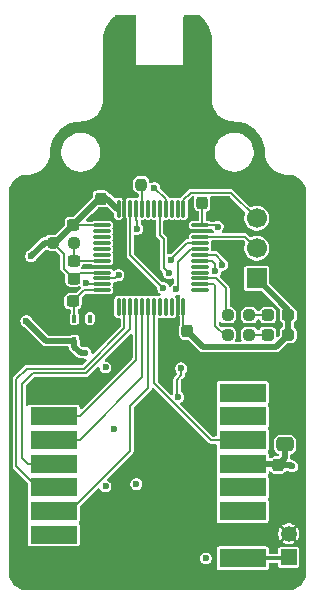
<source format=gtl>
G04 #@! TF.GenerationSoftware,KiCad,Pcbnew,9.0.3-9.0.3-0~ubuntu24.04.1*
G04 #@! TF.CreationDate,2025-08-01T09:32:50+02:00*
G04 #@! TF.ProjectId,PicoBalloon,5069636f-4261-46c6-9c6f-6f6e2e6b6963,rev?*
G04 #@! TF.SameCoordinates,Original*
G04 #@! TF.FileFunction,Copper,L1,Top*
G04 #@! TF.FilePolarity,Positive*
%FSLAX46Y46*%
G04 Gerber Fmt 4.6, Leading zero omitted, Abs format (unit mm)*
G04 Created by KiCad (PCBNEW 9.0.3-9.0.3-0~ubuntu24.04.1) date 2025-08-01 09:32:50*
%MOMM*%
%LPD*%
G01*
G04 APERTURE LIST*
G04 Aperture macros list*
%AMRoundRect*
0 Rectangle with rounded corners*
0 $1 Rounding radius*
0 $2 $3 $4 $5 $6 $7 $8 $9 X,Y pos of 4 corners*
0 Add a 4 corners polygon primitive as box body*
4,1,4,$2,$3,$4,$5,$6,$7,$8,$9,$2,$3,0*
0 Add four circle primitives for the rounded corners*
1,1,$1+$1,$2,$3*
1,1,$1+$1,$4,$5*
1,1,$1+$1,$6,$7*
1,1,$1+$1,$8,$9*
0 Add four rect primitives between the rounded corners*
20,1,$1+$1,$2,$3,$4,$5,0*
20,1,$1+$1,$4,$5,$6,$7,0*
20,1,$1+$1,$6,$7,$8,$9,0*
20,1,$1+$1,$8,$9,$2,$3,0*%
G04 Aperture macros list end*
G04 #@! TA.AperFunction,SMDPad,CuDef*
%ADD10RoundRect,0.237500X-0.300000X-0.237500X0.300000X-0.237500X0.300000X0.237500X-0.300000X0.237500X0*%
G04 #@! TD*
G04 #@! TA.AperFunction,SMDPad,CuDef*
%ADD11RoundRect,0.237500X0.237500X-0.300000X0.237500X0.300000X-0.237500X0.300000X-0.237500X-0.300000X0*%
G04 #@! TD*
G04 #@! TA.AperFunction,ComponentPad*
%ADD12R,1.700000X1.700000*%
G04 #@! TD*
G04 #@! TA.AperFunction,ComponentPad*
%ADD13C,1.700000*%
G04 #@! TD*
G04 #@! TA.AperFunction,SMDPad,CuDef*
%ADD14RoundRect,0.075000X-0.662500X-0.075000X0.662500X-0.075000X0.662500X0.075000X-0.662500X0.075000X0*%
G04 #@! TD*
G04 #@! TA.AperFunction,SMDPad,CuDef*
%ADD15RoundRect,0.075000X-0.075000X-0.662500X0.075000X-0.662500X0.075000X0.662500X-0.075000X0.662500X0*%
G04 #@! TD*
G04 #@! TA.AperFunction,SMDPad,CuDef*
%ADD16RoundRect,0.237500X-0.287500X-0.237500X0.287500X-0.237500X0.287500X0.237500X-0.287500X0.237500X0*%
G04 #@! TD*
G04 #@! TA.AperFunction,SMDPad,CuDef*
%ADD17RoundRect,0.237500X-0.237500X0.300000X-0.237500X-0.300000X0.237500X-0.300000X0.237500X0.300000X0*%
G04 #@! TD*
G04 #@! TA.AperFunction,SMDPad,CuDef*
%ADD18RoundRect,0.237500X-0.250000X-0.237500X0.250000X-0.237500X0.250000X0.237500X-0.250000X0.237500X0*%
G04 #@! TD*
G04 #@! TA.AperFunction,ComponentPad*
%ADD19R,1.350000X1.350000*%
G04 #@! TD*
G04 #@! TA.AperFunction,ComponentPad*
%ADD20C,1.350000*%
G04 #@! TD*
G04 #@! TA.AperFunction,SMDPad,CuDef*
%ADD21RoundRect,0.250000X0.475000X-0.337500X0.475000X0.337500X-0.475000X0.337500X-0.475000X-0.337500X0*%
G04 #@! TD*
G04 #@! TA.AperFunction,SMDPad,CuDef*
%ADD22RoundRect,0.237500X0.250000X0.237500X-0.250000X0.237500X-0.250000X-0.237500X0.250000X-0.237500X0*%
G04 #@! TD*
G04 #@! TA.AperFunction,SMDPad,CuDef*
%ADD23RoundRect,0.237500X0.237500X-0.250000X0.237500X0.250000X-0.237500X0.250000X-0.237500X-0.250000X0*%
G04 #@! TD*
G04 #@! TA.AperFunction,SMDPad,CuDef*
%ADD24R,4.000000X1.600000*%
G04 #@! TD*
G04 #@! TA.AperFunction,SMDPad,CuDef*
%ADD25RoundRect,0.100000X-0.100000X0.225000X-0.100000X-0.225000X0.100000X-0.225000X0.100000X0.225000X0*%
G04 #@! TD*
G04 #@! TA.AperFunction,ViaPad*
%ADD26C,0.600000*%
G04 #@! TD*
G04 #@! TA.AperFunction,Conductor*
%ADD27C,0.200000*%
G04 #@! TD*
G04 #@! TA.AperFunction,Conductor*
%ADD28C,0.500000*%
G04 #@! TD*
G04 #@! TA.AperFunction,Conductor*
%ADD29C,0.354575*%
G04 #@! TD*
G04 APERTURE END LIST*
D10*
G04 #@! TO.P,C7,1*
G04 #@! TO.N,GND*
X141988500Y-99572500D03*
G04 #@! TO.P,C7,2*
G04 #@! TO.N,Net-(U4-NRST)*
X143713500Y-99572500D03*
G04 #@! TD*
D11*
G04 #@! TO.P,C3,1*
G04 #@! TO.N,GND*
X161014000Y-118621000D03*
G04 #@! TO.P,C3,2*
G04 #@! TO.N,+3V3*
X161014000Y-116896000D03*
G04 #@! TD*
G04 #@! TO.P,C8,1*
G04 #@! TO.N,GND*
X153300000Y-107262500D03*
G04 #@! TO.P,C8,2*
G04 #@! TO.N,+3V3*
X153300000Y-105537500D03*
G04 #@! TD*
D12*
G04 #@! TO.P,J4,1,Pin_1*
G04 #@! TO.N,+3V3*
X159200000Y-101080000D03*
D13*
G04 #@! TO.P,J4,2,Pin_2*
G04 #@! TO.N,/SWDIO*
X159200000Y-98540000D03*
G04 #@! TO.P,J4,3,Pin_3*
G04 #@! TO.N,/SWCLK*
X159200000Y-96000000D03*
G04 #@! TO.P,J4,4,Pin_4*
G04 #@! TO.N,GND*
X159200000Y-93460000D03*
G04 #@! TD*
D14*
G04 #@! TO.P,U4,1,VBAT*
G04 #@! TO.N,+3V3*
X146087500Y-96587500D03*
G04 #@! TO.P,U4,2,PC13*
G04 #@! TO.N,unconnected-(U4-PC13-Pad2)*
X146087500Y-97087500D03*
G04 #@! TO.P,U4,3,PC14*
G04 #@! TO.N,unconnected-(U4-PC14-Pad3)*
X146087500Y-97587500D03*
G04 #@! TO.P,U4,4,PC15*
G04 #@! TO.N,unconnected-(U4-PC15-Pad4)*
X146087500Y-98087500D03*
G04 #@! TO.P,U4,5,PD0*
G04 #@! TO.N,unconnected-(U4-PD0-Pad5)*
X146087500Y-98587500D03*
G04 #@! TO.P,U4,6,PD1*
G04 #@! TO.N,unconnected-(U4-PD1-Pad6)*
X146087500Y-99087500D03*
G04 #@! TO.P,U4,7,NRST*
G04 #@! TO.N,Net-(U4-NRST)*
X146087500Y-99587500D03*
G04 #@! TO.P,U4,8,VSSA*
G04 #@! TO.N,GND*
X146087500Y-100087500D03*
G04 #@! TO.P,U4,9,VDDA*
G04 #@! TO.N,+3V3*
X146087500Y-100587500D03*
G04 #@! TO.P,U4,10,PA0*
G04 #@! TO.N,/V_SOLAR*
X146087500Y-101087500D03*
G04 #@! TO.P,U4,11,PA1*
G04 #@! TO.N,/V_SUPERCAP_SENSE*
X146087500Y-101587500D03*
G04 #@! TO.P,U4,12,PA2*
G04 #@! TO.N,/TEMP_ADC*
X146087500Y-102087500D03*
D15*
G04 #@! TO.P,U4,13,PA3*
G04 #@! TO.N,unconnected-(U4-PA3-Pad13)*
X147500000Y-103500000D03*
G04 #@! TO.P,U4,14,PA4*
G04 #@! TO.N,/LORA_CS*
X148000000Y-103500000D03*
G04 #@! TO.P,U4,15,PA5*
G04 #@! TO.N,/LORA_SCK*
X148500000Y-103500000D03*
G04 #@! TO.P,U4,16,PA6*
G04 #@! TO.N,/LORA_MISO*
X149000000Y-103500000D03*
G04 #@! TO.P,U4,17,PA7*
G04 #@! TO.N,/LORA_MOSI*
X149500000Y-103500000D03*
G04 #@! TO.P,U4,18,PB0*
G04 #@! TO.N,/LORA_RST*
X150000000Y-103500000D03*
G04 #@! TO.P,U4,19,PB1*
G04 #@! TO.N,/LORA_DIO0*
X150500000Y-103500000D03*
G04 #@! TO.P,U4,20,PB2*
G04 #@! TO.N,unconnected-(U4-PB2-Pad20)*
X151000000Y-103500000D03*
G04 #@! TO.P,U4,21,PB10*
G04 #@! TO.N,unconnected-(U4-PB10-Pad21)*
X151500000Y-103500000D03*
G04 #@! TO.P,U4,22,PB11*
G04 #@! TO.N,unconnected-(U4-PB11-Pad22)*
X152000000Y-103500000D03*
G04 #@! TO.P,U4,23,VSS*
G04 #@! TO.N,GND*
X152500000Y-103500000D03*
G04 #@! TO.P,U4,24,VDD*
G04 #@! TO.N,+3V3*
X153000000Y-103500000D03*
D14*
G04 #@! TO.P,U4,25,PB12*
G04 #@! TO.N,unconnected-(U4-PB12-Pad25)*
X154412500Y-102087500D03*
G04 #@! TO.P,U4,26,PB13*
G04 #@! TO.N,Net-(U4-PB13)*
X154412500Y-101587500D03*
G04 #@! TO.P,U4,27,PB14*
G04 #@! TO.N,Net-(U4-PB14)*
X154412500Y-101087500D03*
G04 #@! TO.P,U4,28,PB15*
G04 #@! TO.N,unconnected-(U4-PB15-Pad28)*
X154412500Y-100587500D03*
G04 #@! TO.P,U4,29,PA8*
G04 #@! TO.N,unconnected-(U4-PA8-Pad29)*
X154412500Y-100087500D03*
G04 #@! TO.P,U4,30,PA9*
G04 #@! TO.N,/GPS_RX*
X154412500Y-99587500D03*
G04 #@! TO.P,U4,31,PA10*
G04 #@! TO.N,/GPS_TX*
X154412500Y-99087500D03*
G04 #@! TO.P,U4,32,PA11*
G04 #@! TO.N,/GPS_ONOFF*
X154412500Y-98587500D03*
G04 #@! TO.P,U4,33,PA12*
G04 #@! TO.N,/~{GPS_RESET}*
X154412500Y-98087500D03*
G04 #@! TO.P,U4,34,PA13*
G04 #@! TO.N,/SWDIO*
X154412500Y-97587500D03*
G04 #@! TO.P,U4,35,VSS*
G04 #@! TO.N,GND*
X154412500Y-97087500D03*
G04 #@! TO.P,U4,36,VDD*
G04 #@! TO.N,+3V3*
X154412500Y-96587500D03*
D15*
G04 #@! TO.P,U4,37,PA14*
G04 #@! TO.N,/SWCLK*
X153000000Y-95175000D03*
G04 #@! TO.P,U4,38,PA15*
G04 #@! TO.N,unconnected-(U4-PA15-Pad38)*
X152500000Y-95175000D03*
G04 #@! TO.P,U4,39,PB3*
G04 #@! TO.N,unconnected-(U4-PB3-Pad39)*
X152000000Y-95175000D03*
G04 #@! TO.P,U4,40,PB4*
G04 #@! TO.N,/~{LNA_SHDN}*
X151500000Y-95175000D03*
G04 #@! TO.P,U4,41,PB5*
G04 #@! TO.N,/1PPS*
X151000000Y-95175000D03*
G04 #@! TO.P,U4,42,PB6*
G04 #@! TO.N,unconnected-(U4-PB6-Pad42)*
X150500000Y-95175000D03*
G04 #@! TO.P,U4,43,PB7*
G04 #@! TO.N,unconnected-(U4-PB7-Pad43)*
X150000000Y-95175000D03*
G04 #@! TO.P,U4,44,BOOT0*
G04 #@! TO.N,Net-(U4-BOOT0)*
X149500000Y-95175000D03*
G04 #@! TO.P,U4,45,PB8*
G04 #@! TO.N,/SUPERCAP_EN*
X149000000Y-95175000D03*
G04 #@! TO.P,U4,46,PB9*
G04 #@! TO.N,/BOOST_EN*
X148500000Y-95175000D03*
G04 #@! TO.P,U4,47,VSS*
G04 #@! TO.N,GND*
X148000000Y-95175000D03*
G04 #@! TO.P,U4,48,VDD*
G04 #@! TO.N,+3V3*
X147500000Y-95175000D03*
G04 #@! TD*
D16*
G04 #@! TO.P,D1,1,K*
G04 #@! TO.N,Net-(D1-K)*
X160118950Y-105851736D03*
G04 #@! TO.P,D1,2,A*
G04 #@! TO.N,+3V3*
X161868950Y-105851736D03*
G04 #@! TD*
D10*
G04 #@! TO.P,C12,1*
G04 #@! TO.N,GND*
X141962000Y-96524500D03*
G04 #@! TO.P,C12,2*
G04 #@! TO.N,+3V3*
X143687000Y-96524500D03*
G04 #@! TD*
G04 #@! TO.P,C6,1*
G04 #@! TO.N,GND*
X141902379Y-103031655D03*
G04 #@! TO.P,C6,2*
G04 #@! TO.N,/TEMP_ADC*
X143627379Y-103031655D03*
G04 #@! TD*
D17*
G04 #@! TO.P,C9,1*
G04 #@! TO.N,GND*
X145999500Y-92614000D03*
G04 #@! TO.P,C9,2*
G04 #@! TO.N,+3V3*
X145999500Y-94339000D03*
G04 #@! TD*
D18*
G04 #@! TO.P,R6,1*
G04 #@! TO.N,+3V3*
X141912000Y-98048500D03*
G04 #@! TO.P,R6,2*
G04 #@! TO.N,Net-(U4-NRST)*
X143737000Y-98048500D03*
G04 #@! TD*
D16*
G04 #@! TO.P,D2,1,K*
G04 #@! TO.N,Net-(D2-K)*
X160132950Y-104200736D03*
G04 #@! TO.P,D2,2,A*
G04 #@! TO.N,+3V3*
X161882950Y-104200736D03*
G04 #@! TD*
D17*
G04 #@! TO.P,C11,1*
G04 #@! TO.N,GND*
X154600000Y-92937500D03*
G04 #@! TO.P,C11,2*
G04 #@! TO.N,+3V3*
X154600000Y-94662500D03*
G04 #@! TD*
D19*
G04 #@! TO.P,J3,1,Pin_1*
G04 #@! TO.N,Net-(J3-Pin_1)*
X161900000Y-124700000D03*
D20*
G04 #@! TO.P,J3,2,Pin_2*
G04 #@! TO.N,GND*
X161900000Y-122700000D03*
G04 #@! TD*
D21*
G04 #@! TO.P,C4,1*
G04 #@! TO.N,+3V3*
X161600000Y-115137500D03*
G04 #@! TO.P,C4,2*
G04 #@! TO.N,GND*
X161600000Y-113062500D03*
G04 #@! TD*
D22*
G04 #@! TO.P,R4,1*
G04 #@! TO.N,Net-(D2-K)*
X158563450Y-104200736D03*
G04 #@! TO.P,R4,2*
G04 #@! TO.N,Net-(U4-PB14)*
X156738450Y-104200736D03*
G04 #@! TD*
D23*
G04 #@! TO.P,R5,1*
G04 #@! TO.N,Net-(U4-BOOT0)*
X149428500Y-93142500D03*
G04 #@! TO.P,R5,2*
G04 #@! TO.N,GND*
X149428500Y-91317500D03*
G04 #@! TD*
D22*
G04 #@! TO.P,R3,1*
G04 #@! TO.N,Net-(D1-K)*
X158563450Y-105851736D03*
G04 #@! TO.P,R3,2*
G04 #@! TO.N,Net-(U4-PB13)*
X156738450Y-105851736D03*
G04 #@! TD*
D10*
G04 #@! TO.P,C10,1*
G04 #@! TO.N,GND*
X141988500Y-101096500D03*
G04 #@! TO.P,C10,2*
G04 #@! TO.N,+3V3*
X143713500Y-101096500D03*
G04 #@! TD*
D24*
G04 #@! TO.P,MOD1,1,GND*
G04 #@! TO.N,GND*
X142000000Y-110774000D03*
G04 #@! TO.P,MOD1,2,MISO*
G04 #@! TO.N,/LORA_MISO*
X142000000Y-112774000D03*
G04 #@! TO.P,MOD1,3,MOSI*
G04 #@! TO.N,/LORA_MOSI*
X142000000Y-114774000D03*
G04 #@! TO.P,MOD1,4,SCK*
G04 #@! TO.N,/LORA_SCK*
X142000000Y-116774000D03*
G04 #@! TO.P,MOD1,5,NSS*
G04 #@! TO.N,/LORA_CS*
X142000000Y-118774000D03*
G04 #@! TO.P,MOD1,6,RESET*
G04 #@! TO.N,/LORA_RST*
X142000000Y-120774000D03*
G04 #@! TO.P,MOD1,7,DIO5*
G04 #@! TO.N,unconnected-(MOD1-DIO5-Pad7)*
X142000000Y-122774000D03*
G04 #@! TO.P,MOD1,8,GND*
G04 #@! TO.N,GND*
X142000000Y-124774000D03*
G04 #@! TO.P,MOD1,9,ANT*
G04 #@! TO.N,Net-(J3-Pin_1)*
X158000000Y-124774000D03*
G04 #@! TO.P,MOD1,10,GND*
G04 #@! TO.N,GND*
X158000000Y-122774000D03*
G04 #@! TO.P,MOD1,11,DIO3*
G04 #@! TO.N,unconnected-(MOD1-DIO3-Pad11)*
X158000000Y-120774000D03*
G04 #@! TO.P,MOD1,12,DIO4*
G04 #@! TO.N,unconnected-(MOD1-DIO4-Pad12)*
X158000000Y-118774000D03*
G04 #@! TO.P,MOD1,13,3.3V*
G04 #@! TO.N,+3V3*
X158000000Y-116774000D03*
G04 #@! TO.P,MOD1,14,DIO0*
G04 #@! TO.N,/LORA_DIO0*
X158000000Y-114774000D03*
G04 #@! TO.P,MOD1,15,DIO1*
G04 #@! TO.N,unconnected-(MOD1-DIO1-Pad15)*
X158000000Y-112774000D03*
G04 #@! TO.P,MOD1,16,DIO2*
G04 #@! TO.N,unconnected-(MOD1-DIO2-Pad16)*
X158000000Y-110774000D03*
G04 #@! TD*
D25*
G04 #@! TO.P,U3,1,NC*
G04 #@! TO.N,unconnected-(U3-NC-Pad1)*
X145065879Y-104494655D03*
G04 #@! TO.P,U3,2,GND*
G04 #@! TO.N,GND*
X144415879Y-104494655D03*
G04 #@! TO.P,U3,3,V_{OUT}*
G04 #@! TO.N,/TEMP_ADC*
X143765879Y-104494655D03*
G04 #@! TO.P,U3,4,V_{DD}*
G04 #@! TO.N,+3V3*
X143765879Y-106394655D03*
G04 #@! TO.P,U3,5,GND*
G04 #@! TO.N,GND*
X145065879Y-106394655D03*
G04 #@! TD*
D26*
G04 #@! TO.N,GND*
X161938000Y-109644000D03*
X161938000Y-108628000D03*
X161938000Y-107612000D03*
X144666000Y-94150000D03*
X144158000Y-94658000D03*
X143650000Y-95166000D03*
X138824000Y-98468000D03*
X139332000Y-97960000D03*
X139840000Y-97452000D03*
X140348000Y-96944000D03*
X140094000Y-100500000D03*
X140094000Y-101516000D03*
X140094000Y-102532000D03*
X140094000Y-103548000D03*
X139840000Y-106596000D03*
X151524000Y-109390000D03*
X147460000Y-120058000D03*
X148476000Y-122344000D03*
X148476000Y-121328000D03*
G04 #@! TO.N,/V_SUPERCAP_SENSE*
X146400000Y-108628000D03*
G04 #@! TO.N,GND*
X142888000Y-105580000D03*
X141872000Y-105580000D03*
X145575000Y-109400000D03*
X154800000Y-84300000D03*
X149746000Y-113454000D03*
X148500000Y-81800000D03*
X144920000Y-110406000D03*
X154826000Y-109898000D03*
X148600000Y-83500000D03*
X148500000Y-81000000D03*
X155100000Y-87100000D03*
X151400000Y-83500000D03*
X150300000Y-97000000D03*
X152900000Y-85200000D03*
X155588000Y-109390000D03*
X155100000Y-85000000D03*
X153800000Y-79800000D03*
X152900000Y-88900000D03*
X150400000Y-83500000D03*
X147714000Y-92626000D03*
X147460000Y-91864000D03*
X152900000Y-87400000D03*
X154900000Y-123800000D03*
X144666000Y-125138000D03*
X154800000Y-81800000D03*
X153100000Y-84500000D03*
X140856000Y-95928000D03*
X148500000Y-79400000D03*
X155588000Y-108628000D03*
X161430000Y-111676000D03*
X152794000Y-116248000D03*
X154400000Y-80300000D03*
X156350000Y-107866000D03*
X145936000Y-124376000D03*
X155000000Y-88200000D03*
X148500000Y-80200000D03*
X154064000Y-109898000D03*
X151400000Y-89900000D03*
X154800000Y-83500000D03*
X145682000Y-105580000D03*
X152900000Y-89600000D03*
X155100000Y-85700000D03*
X155100000Y-90400000D03*
X156350000Y-108628000D03*
X152200000Y-89900000D03*
X155100000Y-89700000D03*
X144920000Y-93134000D03*
X153100000Y-83800000D03*
X149500000Y-83500000D03*
X146444000Y-125138000D03*
X152900000Y-88200000D03*
X147700000Y-96900000D03*
X161938000Y-119042000D03*
X155100000Y-86400000D03*
X141872000Y-104310000D03*
X154800000Y-82700000D03*
X153048000Y-109898000D03*
X155100000Y-89000000D03*
X154800000Y-81000000D03*
X152900000Y-86000000D03*
X152900000Y-86700000D03*
X152300000Y-83500000D03*
X153048000Y-96944000D03*
X148500000Y-82600000D03*
X145682000Y-125138000D03*
X157800000Y-103000000D03*
X160600000Y-123800000D03*
X160600000Y-125800000D03*
G04 #@! TO.N,/V_SOLAR*
X147100000Y-113800000D03*
X147500000Y-100800000D03*
G04 #@! TO.N,+3V3*
X155900000Y-96700000D03*
X139700000Y-104700000D03*
X144700000Y-107400000D03*
X140100000Y-99200000D03*
X162192000Y-117010000D03*
G04 #@! TO.N,/V_SUPERCAP_SENSE*
X146400000Y-118700000D03*
X144734916Y-101487500D03*
G04 #@! TO.N,/BOOST_EN*
X152561000Y-111144000D03*
X149000000Y-118500000D03*
X152794000Y-108700000D03*
X151270000Y-101900000D03*
G04 #@! TO.N,/SUPERCAP_EN*
X149100000Y-96900000D03*
X154900000Y-124800000D03*
G04 #@! TO.N,/~{GPS_RESET}*
X151913265Y-99500000D03*
G04 #@! TO.N,/~{LNA_SHDN}*
X150533489Y-93433317D03*
G04 #@! TO.N,/GPS_RX*
X155700000Y-100487500D03*
G04 #@! TO.N,/GPS_ONOFF*
X152400000Y-102000000D03*
G04 #@! TO.N,/1PPS*
X151757780Y-100658613D03*
G04 #@! TO.N,/GPS_TX*
X156300000Y-99929018D03*
G04 #@! TD*
D27*
G04 #@! TO.N,GND*
X159200000Y-93460000D02*
X158677500Y-92937500D01*
X152500000Y-103500000D02*
X152500000Y-106462500D01*
D28*
X144552000Y-110774000D02*
X144920000Y-110406000D01*
D27*
X144415879Y-105744655D02*
X144415879Y-104494655D01*
D28*
X149428500Y-91317500D02*
X148006500Y-91317500D01*
D27*
X145065879Y-106394655D02*
X145065879Y-106196121D01*
D28*
X141962000Y-96524500D02*
X141452500Y-96524500D01*
X161600000Y-111846000D02*
X161430000Y-111676000D01*
D27*
X154412500Y-97087500D02*
X153191500Y-97087500D01*
X148000000Y-96658000D02*
X148000000Y-95175000D01*
D28*
X161014000Y-118621000D02*
X161517000Y-118621000D01*
D27*
X147110500Y-100087500D02*
X146087500Y-100087500D01*
D28*
X145682000Y-125138000D02*
X142364000Y-125138000D01*
X145999500Y-92614000D02*
X145440000Y-92614000D01*
D27*
X145065879Y-106394655D02*
X144415879Y-105744655D01*
X153191500Y-97087500D02*
X153048000Y-96944000D01*
D28*
X145936000Y-124376000D02*
X142398000Y-124376000D01*
D27*
X147968000Y-97168000D02*
X147968000Y-99230000D01*
D28*
X141988500Y-102945534D02*
X141902379Y-103031655D01*
D27*
X147700000Y-96900000D02*
X147968000Y-97168000D01*
D28*
X141902379Y-104279621D02*
X141872000Y-104310000D01*
D27*
X152500000Y-106462500D02*
X153300000Y-107262500D01*
D28*
X145440000Y-92614000D02*
X144920000Y-93134000D01*
X161600000Y-113062500D02*
X161600000Y-111846000D01*
X141988500Y-99572500D02*
X141988500Y-102945534D01*
X142398000Y-124376000D02*
X142000000Y-124774000D01*
X141452500Y-96524500D02*
X140856000Y-95928000D01*
D27*
X158677500Y-92937500D02*
X154600000Y-92937500D01*
D28*
X144666000Y-125138000D02*
X142364000Y-125138000D01*
D27*
X147758000Y-96900000D02*
X148000000Y-96658000D01*
D28*
X142000000Y-110774000D02*
X144552000Y-110774000D01*
D27*
X147968000Y-99230000D02*
X147110500Y-100087500D01*
X153300000Y-107262500D02*
X153903500Y-107866000D01*
D28*
X142364000Y-125138000D02*
X142000000Y-124774000D01*
X141902379Y-103031655D02*
X141902379Y-104279621D01*
D27*
X153903500Y-107866000D02*
X156350000Y-107866000D01*
D28*
X148006500Y-91317500D02*
X147460000Y-91864000D01*
D27*
X147700000Y-96900000D02*
X147758000Y-96900000D01*
D28*
X161517000Y-118621000D02*
X161938000Y-119042000D01*
X146444000Y-125138000D02*
X142364000Y-125138000D01*
D27*
X145065879Y-106196121D02*
X145682000Y-105580000D01*
G04 #@! TO.N,/V_SOLAR*
X147187500Y-101087500D02*
X146087500Y-101087500D01*
X147475000Y-100800000D02*
X147187500Y-101087500D01*
X147500000Y-100800000D02*
X147475000Y-100800000D01*
G04 #@! TO.N,+3V3*
X161143000Y-116848000D02*
X161095000Y-116896000D01*
D28*
X161600000Y-116310000D02*
X161014000Y-116896000D01*
D27*
X143713500Y-101096500D02*
X143713500Y-101452500D01*
D28*
X141394655Y-106394655D02*
X143765879Y-106394655D01*
D27*
X144222500Y-100587500D02*
X146087500Y-100587500D01*
D28*
X161882950Y-104200736D02*
X161882950Y-103762950D01*
X143765879Y-106865879D02*
X143765879Y-106394655D01*
X142163000Y-98048500D02*
X143687000Y-96524500D01*
D27*
X153000000Y-105237500D02*
X153300000Y-105537500D01*
D28*
X154662500Y-106900000D02*
X153300000Y-105537500D01*
X162078000Y-116896000D02*
X162192000Y-117010000D01*
X139700000Y-104700000D02*
X141394655Y-106394655D01*
X145999500Y-94339000D02*
X145872500Y-94339000D01*
X140100000Y-99200000D02*
X141251500Y-98048500D01*
X161014000Y-116896000D02*
X162078000Y-116896000D01*
D27*
X143750000Y-96587500D02*
X143687000Y-96524500D01*
X143713500Y-101096500D02*
X144222500Y-100587500D01*
D28*
X161868950Y-104214736D02*
X161882950Y-104200736D01*
X146563000Y-94339000D02*
X147399000Y-95175000D01*
X145872500Y-94339000D02*
X143687000Y-96524500D01*
X161882950Y-103762950D02*
X159200000Y-101080000D01*
D27*
X155739500Y-96587500D02*
X155842000Y-96690000D01*
D28*
X144300000Y-107400000D02*
X143765879Y-106865879D01*
X141251500Y-98048500D02*
X141912000Y-98048500D01*
X158000000Y-116774000D02*
X160892000Y-116774000D01*
D27*
X142875000Y-99011500D02*
X141912000Y-98048500D01*
D28*
X145999500Y-94339000D02*
X146563000Y-94339000D01*
D27*
X143713500Y-101096500D02*
X142875000Y-100258000D01*
D28*
X160892000Y-116774000D02*
X161014000Y-116896000D01*
X161868950Y-105851736D02*
X160820686Y-106900000D01*
D27*
X154600000Y-94662500D02*
X154600000Y-96400000D01*
D28*
X161868950Y-105851736D02*
X161868950Y-104214736D01*
X144700000Y-107400000D02*
X144300000Y-107400000D01*
D27*
X146087500Y-96587500D02*
X143750000Y-96587500D01*
X154600000Y-96400000D02*
X154412500Y-96587500D01*
D28*
X141912000Y-98048500D02*
X142163000Y-98048500D01*
D27*
X154412500Y-96587500D02*
X155739500Y-96587500D01*
X155842000Y-96690000D02*
X155852000Y-96700000D01*
X153000000Y-103500000D02*
X153000000Y-105237500D01*
D28*
X160820686Y-106900000D02*
X154662500Y-106900000D01*
D27*
X142875000Y-100258000D02*
X142875000Y-99011500D01*
D28*
X161600000Y-115137500D02*
X161600000Y-116310000D01*
D27*
X155852000Y-96700000D02*
X155900000Y-96700000D01*
G04 #@! TO.N,Net-(U4-NRST)*
X143737000Y-99549000D02*
X143713500Y-99572500D01*
X143737000Y-98048500D02*
X143737000Y-99549000D01*
X146072500Y-99572500D02*
X146087500Y-99587500D01*
X143713500Y-99572500D02*
X146072500Y-99572500D01*
G04 #@! TO.N,/TEMP_ADC*
X143765879Y-104494655D02*
X143765879Y-103170155D01*
X146087500Y-102087500D02*
X144571534Y-102087500D01*
X144571534Y-102087500D02*
X143627379Y-103031655D01*
X143765879Y-103170155D02*
X143627379Y-103031655D01*
G04 #@! TO.N,Net-(D1-K)*
X160118950Y-105851736D02*
X158563450Y-105851736D01*
G04 #@! TO.N,Net-(D2-K)*
X158563450Y-104200736D02*
X160132950Y-104200736D01*
D29*
G04 #@! TO.N,Net-(J3-Pin_1)*
X158000000Y-124774000D02*
X161826000Y-124774000D01*
X161826000Y-124774000D02*
G75*
G03*
X161900000Y-124700000I0J74000D01*
G01*
D27*
G04 #@! TO.N,/LORA_MOSI*
X149500000Y-109474000D02*
X149500000Y-103500000D01*
X142000000Y-114774000D02*
X144200000Y-114774000D01*
X144200000Y-114774000D02*
X149500000Y-109474000D01*
G04 #@! TO.N,/LORA_DIO0*
X150500000Y-109932943D02*
X150500000Y-103500000D01*
X155341057Y-114774000D02*
X150500000Y-109932943D01*
X158000000Y-114774000D02*
X155341057Y-114774000D01*
G04 #@! TO.N,/LORA_MISO*
X149000000Y-103500000D02*
X149000000Y-107974000D01*
X149000000Y-107974000D02*
X144200000Y-112774000D01*
X144200000Y-112774000D02*
X142000000Y-112774000D01*
G04 #@! TO.N,/LORA_CS*
X139733000Y-108735000D02*
X144559000Y-108735000D01*
X148000000Y-105294000D02*
X148000000Y-103500000D01*
X140598000Y-118774000D02*
X138824000Y-117000000D01*
X144559000Y-108735000D02*
X148000000Y-105294000D01*
X138824000Y-109644000D02*
X139733000Y-108735000D01*
X138824000Y-117000000D02*
X138824000Y-109644000D01*
X142000000Y-118774000D02*
X140598000Y-118774000D01*
G04 #@! TO.N,/LORA_SCK*
X142000000Y-116774000D02*
X139800000Y-116774000D01*
X139332000Y-116306000D02*
X139332000Y-110045000D01*
X140241000Y-109136000D02*
X144725100Y-109136000D01*
X148500000Y-105361100D02*
X148500000Y-103500000D01*
X139332000Y-110045000D02*
X140241000Y-109136000D01*
X144725100Y-109136000D02*
X148500000Y-105361100D01*
X139800000Y-116774000D02*
X139332000Y-116306000D01*
G04 #@! TO.N,/LORA_RST*
X150000000Y-103500000D02*
X150000000Y-110406000D01*
X148476000Y-111930000D02*
X148476000Y-115700000D01*
X150000000Y-110406000D02*
X148476000Y-111930000D01*
X143402000Y-120774000D02*
X142000000Y-120774000D01*
X148476000Y-115700000D02*
X143402000Y-120774000D01*
G04 #@! TO.N,/V_SUPERCAP_SENSE*
X144834916Y-101587500D02*
X146087500Y-101587500D01*
X144734916Y-101487500D02*
X144834916Y-101587500D01*
G04 #@! TO.N,/BOOST_EN*
X152447000Y-109649057D02*
X152447000Y-111030000D01*
X152794000Y-108700000D02*
X152794000Y-109302057D01*
X148500000Y-99130000D02*
X148500000Y-95175000D01*
X151270000Y-101900000D02*
X148500000Y-99130000D01*
X152794000Y-109302057D02*
X152447000Y-109649057D01*
X152447000Y-111030000D02*
X152561000Y-111144000D01*
G04 #@! TO.N,Net-(U4-PB13)*
X156574500Y-105974500D02*
X155700000Y-105100000D01*
X155700000Y-105100000D02*
X155700000Y-101736500D01*
X155700000Y-101736500D02*
X155551000Y-101587500D01*
X156615686Y-105974500D02*
X156574500Y-105974500D01*
X155551000Y-101587500D02*
X154412500Y-101587500D01*
X156738450Y-105851736D02*
X156615686Y-105974500D01*
G04 #@! TO.N,Net-(U4-PB14)*
X156600000Y-101900000D02*
X156600000Y-104062286D01*
X156600000Y-104062286D02*
X156738450Y-104200736D01*
X154412500Y-101087500D02*
X155787500Y-101087500D01*
X155787500Y-101087500D02*
X156600000Y-101900000D01*
G04 #@! TO.N,Net-(U4-BOOT0)*
X149428500Y-93142500D02*
X149500000Y-93214000D01*
X149500000Y-93214000D02*
X149500000Y-95175000D01*
G04 #@! TO.N,/SWDIO*
X154412500Y-97587500D02*
X154461500Y-97538500D01*
X158198500Y-97538500D02*
X159200000Y-98540000D01*
X154461500Y-97538500D02*
X158198500Y-97538500D01*
G04 #@! TO.N,/SUPERCAP_EN*
X149000000Y-96106062D02*
X149000000Y-95175000D01*
X149100000Y-96900000D02*
X149100000Y-96206062D01*
X149100000Y-96206062D02*
X149000000Y-96106062D01*
G04 #@! TO.N,/~{GPS_RESET}*
X151913265Y-99466881D02*
X153292646Y-98087500D01*
X153292646Y-98087500D02*
X154412500Y-98087500D01*
X151913265Y-99500000D02*
X151913265Y-99466881D01*
G04 #@! TO.N,/~{LNA_SHDN}*
X151500000Y-94399828D02*
X150533489Y-93433317D01*
X151500000Y-95175000D02*
X151500000Y-94399828D01*
G04 #@! TO.N,/SWCLK*
X153000000Y-95175000D02*
X153000000Y-94437501D01*
X153613501Y-93824000D02*
X157024000Y-93824000D01*
X157024000Y-93824000D02*
X159200000Y-96000000D01*
X153000000Y-94437501D02*
X153613501Y-93824000D01*
G04 #@! TO.N,/GPS_RX*
X155387500Y-99587500D02*
X154412500Y-99587500D01*
X155700000Y-99900000D02*
X155387500Y-99587500D01*
X155700000Y-100487500D02*
X155700000Y-99900000D01*
G04 #@! TO.N,/GPS_ONOFF*
X152500000Y-99728676D02*
X153641176Y-98587500D01*
X152400000Y-102000000D02*
X152500000Y-101900000D01*
X152500000Y-101900000D02*
X152500000Y-99728676D01*
X153641176Y-98587500D02*
X154412500Y-98587500D01*
G04 #@! TO.N,/1PPS*
X151313265Y-97749265D02*
X151000000Y-97436000D01*
X151313265Y-100214098D02*
X151313265Y-97749265D01*
X151757780Y-100658613D02*
X151313265Y-100214098D01*
X151000000Y-97436000D02*
X151000000Y-95175000D01*
G04 #@! TO.N,/GPS_TX*
X156300000Y-99929018D02*
X156300000Y-99673272D01*
X155714228Y-99087500D02*
X154412500Y-99087500D01*
X156300000Y-99673272D02*
X155714228Y-99087500D01*
G04 #@! TD*
G04 #@! TA.AperFunction,Conductor*
G04 #@! TO.N,GND*
G36*
X155799500Y-121593752D02*
G01*
X155811131Y-121652229D01*
X155811132Y-121652230D01*
X155855447Y-121718552D01*
X155921769Y-121762867D01*
X155921770Y-121762868D01*
X155980247Y-121774499D01*
X155980250Y-121774500D01*
X155980252Y-121774500D01*
X160019750Y-121774500D01*
X160019751Y-121774499D01*
X160034568Y-121771552D01*
X160078229Y-121762868D01*
X160078229Y-121762867D01*
X160078231Y-121762867D01*
X160144552Y-121718552D01*
X160188867Y-121652231D01*
X160188867Y-121652229D01*
X160188868Y-121652229D01*
X160200499Y-121593752D01*
X160200500Y-121593750D01*
X160200500Y-121400000D01*
X162900000Y-121400000D01*
X162900000Y-126300000D01*
X153900000Y-126300000D01*
X153900000Y-124734108D01*
X154399500Y-124734108D01*
X154399500Y-124865891D01*
X154433608Y-124993187D01*
X154466554Y-125050250D01*
X154499500Y-125107314D01*
X154592686Y-125200500D01*
X154706814Y-125266392D01*
X154834108Y-125300500D01*
X154834110Y-125300500D01*
X154965890Y-125300500D01*
X154965892Y-125300500D01*
X155093186Y-125266392D01*
X155207314Y-125200500D01*
X155300500Y-125107314D01*
X155366392Y-124993186D01*
X155400500Y-124865892D01*
X155400500Y-124734108D01*
X155366392Y-124606814D01*
X155300500Y-124492686D01*
X155207314Y-124399500D01*
X155102962Y-124339252D01*
X155093187Y-124333608D01*
X155029539Y-124316554D01*
X154965892Y-124299500D01*
X154834108Y-124299500D01*
X154706812Y-124333608D01*
X154592686Y-124399500D01*
X154592683Y-124399502D01*
X154499502Y-124492683D01*
X154499500Y-124492686D01*
X154433608Y-124606812D01*
X154399500Y-124734108D01*
X153900000Y-124734108D01*
X153900000Y-123954247D01*
X155799500Y-123954247D01*
X155799500Y-125593752D01*
X155811131Y-125652229D01*
X155811132Y-125652230D01*
X155855447Y-125718552D01*
X155921769Y-125762867D01*
X155921770Y-125762868D01*
X155980247Y-125774499D01*
X155980250Y-125774500D01*
X155980252Y-125774500D01*
X160019750Y-125774500D01*
X160019751Y-125774499D01*
X160034568Y-125771552D01*
X160078229Y-125762868D01*
X160078229Y-125762867D01*
X160078231Y-125762867D01*
X160144552Y-125718552D01*
X160188867Y-125652231D01*
X160188867Y-125652229D01*
X160188868Y-125652229D01*
X160200499Y-125593752D01*
X160200500Y-125593750D01*
X160200500Y-125275787D01*
X160220185Y-125208748D01*
X160272989Y-125162993D01*
X160324500Y-125151787D01*
X160900500Y-125151787D01*
X160967539Y-125171472D01*
X161013294Y-125224276D01*
X161024500Y-125275787D01*
X161024500Y-125394752D01*
X161036131Y-125453229D01*
X161036132Y-125453230D01*
X161080447Y-125519552D01*
X161146769Y-125563867D01*
X161146770Y-125563868D01*
X161205247Y-125575499D01*
X161205250Y-125575500D01*
X161205252Y-125575500D01*
X162594750Y-125575500D01*
X162594751Y-125575499D01*
X162609568Y-125572552D01*
X162653229Y-125563868D01*
X162653229Y-125563867D01*
X162653231Y-125563867D01*
X162719552Y-125519552D01*
X162763867Y-125453231D01*
X162763867Y-125453229D01*
X162763868Y-125453229D01*
X162775499Y-125394752D01*
X162775500Y-125394750D01*
X162775500Y-124005249D01*
X162775499Y-124005247D01*
X162763868Y-123946770D01*
X162763867Y-123946769D01*
X162719552Y-123880447D01*
X162653230Y-123836132D01*
X162653229Y-123836131D01*
X162594752Y-123824500D01*
X162594748Y-123824500D01*
X161205252Y-123824500D01*
X161205247Y-123824500D01*
X161146770Y-123836131D01*
X161146769Y-123836132D01*
X161080447Y-123880447D01*
X161036132Y-123946769D01*
X161036131Y-123946770D01*
X161024500Y-124005247D01*
X161024500Y-124272213D01*
X161004815Y-124339252D01*
X160952011Y-124385007D01*
X160900500Y-124396213D01*
X160324500Y-124396213D01*
X160257461Y-124376528D01*
X160211706Y-124323724D01*
X160200500Y-124272213D01*
X160200500Y-123954249D01*
X160200499Y-123954247D01*
X160188868Y-123895770D01*
X160188867Y-123895769D01*
X160144552Y-123829447D01*
X160078230Y-123785132D01*
X160078229Y-123785131D01*
X160019752Y-123773500D01*
X160019748Y-123773500D01*
X155980252Y-123773500D01*
X155980247Y-123773500D01*
X155921770Y-123785131D01*
X155921769Y-123785132D01*
X155855447Y-123829447D01*
X155811132Y-123895769D01*
X155811131Y-123895770D01*
X155799500Y-123954247D01*
X153900000Y-123954247D01*
X153900000Y-122613815D01*
X161025000Y-122613815D01*
X161025000Y-122786184D01*
X161058624Y-122955220D01*
X161058627Y-122955232D01*
X161124581Y-123114461D01*
X161124588Y-123114474D01*
X161198352Y-123224869D01*
X161198353Y-123224869D01*
X161542474Y-122880748D01*
X161579920Y-122945606D01*
X161654394Y-123020080D01*
X161719250Y-123057524D01*
X161375129Y-123401646D01*
X161485534Y-123475416D01*
X161485536Y-123475417D01*
X161644767Y-123541372D01*
X161644779Y-123541375D01*
X161813815Y-123574999D01*
X161813818Y-123575000D01*
X161986182Y-123575000D01*
X161986184Y-123574999D01*
X162155220Y-123541375D01*
X162155232Y-123541372D01*
X162314463Y-123475417D01*
X162314464Y-123475416D01*
X162424869Y-123401646D01*
X162424869Y-123401645D01*
X162080749Y-123057524D01*
X162145606Y-123020080D01*
X162220080Y-122945606D01*
X162257525Y-122880749D01*
X162601645Y-123224869D01*
X162601646Y-123224869D01*
X162675416Y-123114464D01*
X162675417Y-123114463D01*
X162741372Y-122955232D01*
X162741375Y-122955220D01*
X162774999Y-122786184D01*
X162775000Y-122786182D01*
X162775000Y-122613817D01*
X162774999Y-122613815D01*
X162741375Y-122444779D01*
X162741372Y-122444767D01*
X162675417Y-122285536D01*
X162675416Y-122285534D01*
X162601646Y-122175129D01*
X162257524Y-122519250D01*
X162220080Y-122454394D01*
X162145606Y-122379920D01*
X162080748Y-122342474D01*
X162424869Y-121998353D01*
X162424869Y-121998352D01*
X162314474Y-121924588D01*
X162314461Y-121924581D01*
X162155232Y-121858627D01*
X162155220Y-121858624D01*
X161986183Y-121825000D01*
X161813817Y-121825000D01*
X161644779Y-121858624D01*
X161644767Y-121858627D01*
X161485533Y-121924583D01*
X161485530Y-121924585D01*
X161375130Y-121998351D01*
X161375130Y-121998353D01*
X161719251Y-122342474D01*
X161654394Y-122379920D01*
X161579920Y-122454394D01*
X161542474Y-122519251D01*
X161198353Y-122175130D01*
X161198351Y-122175130D01*
X161124585Y-122285530D01*
X161124583Y-122285533D01*
X161058627Y-122444767D01*
X161058624Y-122444779D01*
X161025000Y-122613815D01*
X153900000Y-122613815D01*
X153900000Y-121400000D01*
X155799500Y-121400000D01*
X155799500Y-121593752D01*
G37*
G04 #@! TD.AperFunction*
G04 #@! TD*
G04 #@! TA.AperFunction,Conductor*
G04 #@! TO.N,GND*
G36*
X148618834Y-105769751D02*
G01*
X148674767Y-105811623D01*
X148699184Y-105877087D01*
X148699500Y-105885933D01*
X148699500Y-107798167D01*
X148679815Y-107865206D01*
X148663181Y-107885848D01*
X144412181Y-112136848D01*
X144350858Y-112170333D01*
X144281166Y-112165349D01*
X144225233Y-112123477D01*
X144200816Y-112058013D01*
X144200500Y-112049167D01*
X144200500Y-111954249D01*
X144200499Y-111954247D01*
X144188868Y-111895770D01*
X144188867Y-111895769D01*
X144144552Y-111829447D01*
X144078230Y-111785132D01*
X144078229Y-111785131D01*
X144019752Y-111773500D01*
X144019748Y-111773500D01*
X139980252Y-111773500D01*
X139980247Y-111773500D01*
X139921770Y-111785131D01*
X139921769Y-111785132D01*
X139855446Y-111829448D01*
X139846812Y-111838083D01*
X139844544Y-111835815D01*
X139805982Y-111868038D01*
X139736657Y-111876741D01*
X139673631Y-111846582D01*
X139636916Y-111787137D01*
X139632500Y-111754339D01*
X139632500Y-110220833D01*
X139652185Y-110153794D01*
X139668819Y-110133152D01*
X140329152Y-109472819D01*
X140390475Y-109439334D01*
X140416833Y-109436500D01*
X144764660Y-109436500D01*
X144764662Y-109436500D01*
X144841089Y-109416021D01*
X144909611Y-109376460D01*
X144965560Y-109320511D01*
X145687819Y-108598252D01*
X145749142Y-108564767D01*
X145818834Y-108569751D01*
X145874767Y-108611623D01*
X145899184Y-108677087D01*
X145899500Y-108685933D01*
X145899500Y-108693891D01*
X145933608Y-108821187D01*
X145966554Y-108878250D01*
X145999500Y-108935314D01*
X146092686Y-109028500D01*
X146206814Y-109094392D01*
X146334108Y-109128500D01*
X146334110Y-109128500D01*
X146465890Y-109128500D01*
X146465892Y-109128500D01*
X146593186Y-109094392D01*
X146707314Y-109028500D01*
X146800500Y-108935314D01*
X146866392Y-108821186D01*
X146900500Y-108693892D01*
X146900500Y-108562108D01*
X146866392Y-108434814D01*
X146864574Y-108431666D01*
X146842069Y-108392686D01*
X146800500Y-108320686D01*
X146707314Y-108227500D01*
X146650250Y-108194554D01*
X146593187Y-108161608D01*
X146529539Y-108144554D01*
X146465892Y-108127500D01*
X146457933Y-108127500D01*
X146390894Y-108107815D01*
X146345139Y-108055011D01*
X146335195Y-107985853D01*
X146364220Y-107922297D01*
X146370252Y-107915819D01*
X148487819Y-105798252D01*
X148549142Y-105764767D01*
X148618834Y-105769751D01*
G37*
G04 #@! TD.AperFunction*
G04 #@! TA.AperFunction,Conductor*
G36*
X150305943Y-96093016D02*
G01*
X150306223Y-96092342D01*
X150311590Y-96094565D01*
X150315162Y-96095545D01*
X150317351Y-96096951D01*
X150317506Y-96097016D01*
X150370957Y-96107647D01*
X150397867Y-96113000D01*
X150575499Y-96112999D01*
X150642539Y-96132683D01*
X150688294Y-96185487D01*
X150699500Y-96236999D01*
X150699500Y-97475562D01*
X150713152Y-97526513D01*
X150719979Y-97551990D01*
X150727347Y-97564751D01*
X150746544Y-97598001D01*
X150750021Y-97604023D01*
X150759539Y-97620510D01*
X150976446Y-97837417D01*
X151009931Y-97898740D01*
X151012765Y-97925098D01*
X151012765Y-100253660D01*
X151033244Y-100330087D01*
X151035277Y-100333608D01*
X151043030Y-100347038D01*
X151043033Y-100347041D01*
X151072804Y-100398608D01*
X151220961Y-100546765D01*
X151254446Y-100608088D01*
X151257280Y-100634446D01*
X151257280Y-100724504D01*
X151291388Y-100851800D01*
X151320757Y-100902668D01*
X151357280Y-100965927D01*
X151450466Y-101059113D01*
X151564594Y-101125005D01*
X151691888Y-101159113D01*
X151691890Y-101159113D01*
X151823670Y-101159113D01*
X151823672Y-101159113D01*
X151950966Y-101125005D01*
X152013500Y-101088900D01*
X152081399Y-101072428D01*
X152147426Y-101095280D01*
X152190617Y-101150201D01*
X152199500Y-101196288D01*
X152199500Y-101466238D01*
X152179815Y-101533277D01*
X152137503Y-101573624D01*
X152092686Y-101599500D01*
X152092683Y-101599502D01*
X151999502Y-101692683D01*
X151999500Y-101692686D01*
X151966889Y-101749170D01*
X151916321Y-101797385D01*
X151847714Y-101810607D01*
X151782850Y-101784639D01*
X151742322Y-101727725D01*
X151739727Y-101719262D01*
X151738716Y-101715489D01*
X151736392Y-101706814D01*
X151670500Y-101592686D01*
X151577314Y-101499500D01*
X151519703Y-101466238D01*
X151463187Y-101433608D01*
X151398774Y-101416349D01*
X151335892Y-101399500D01*
X151245833Y-101399500D01*
X151178794Y-101379815D01*
X151158152Y-101363181D01*
X148836819Y-99041848D01*
X148803334Y-98980525D01*
X148800500Y-98954167D01*
X148800500Y-97499504D01*
X148820185Y-97432465D01*
X148872989Y-97386710D01*
X148942147Y-97376766D01*
X148956571Y-97379724D01*
X149034108Y-97400500D01*
X149034111Y-97400500D01*
X149165890Y-97400500D01*
X149165892Y-97400500D01*
X149293186Y-97366392D01*
X149407314Y-97300500D01*
X149500500Y-97207314D01*
X149566392Y-97093186D01*
X149600500Y-96965892D01*
X149600500Y-96834108D01*
X149566392Y-96706814D01*
X149500500Y-96592686D01*
X149436818Y-96529004D01*
X149422113Y-96502073D01*
X149405523Y-96476258D01*
X149404631Y-96470055D01*
X149403334Y-96467680D01*
X149400500Y-96441323D01*
X149400500Y-96236999D01*
X149420185Y-96169960D01*
X149472989Y-96124205D01*
X149524498Y-96112999D01*
X149602132Y-96112999D01*
X149682495Y-96097015D01*
X149682498Y-96097012D01*
X149693778Y-96092341D01*
X149694376Y-96093786D01*
X149747782Y-96077063D01*
X149805943Y-96093016D01*
X149806223Y-96092342D01*
X149811590Y-96094565D01*
X149815162Y-96095545D01*
X149817351Y-96096951D01*
X149817506Y-96097016D01*
X149870957Y-96107647D01*
X149897867Y-96113000D01*
X150102132Y-96112999D01*
X150182495Y-96097015D01*
X150182498Y-96097012D01*
X150193778Y-96092341D01*
X150194376Y-96093786D01*
X150247782Y-96077063D01*
X150305943Y-96093016D01*
G37*
G04 #@! TD.AperFunction*
G04 #@! TA.AperFunction,Conductor*
G36*
X153828556Y-94130752D02*
G01*
X153850690Y-94132353D01*
X153861427Y-94140404D01*
X153874303Y-94144185D01*
X153888833Y-94160953D01*
X153906591Y-94174269D01*
X153911271Y-94186848D01*
X153920058Y-94196989D01*
X153923216Y-94218952D01*
X153930955Y-94239753D01*
X153929365Y-94261723D01*
X153930002Y-94266147D01*
X153928409Y-94274955D01*
X153927274Y-94280149D01*
X153924500Y-94309739D01*
X153924500Y-95015260D01*
X153927274Y-95044849D01*
X153970884Y-95169476D01*
X154049288Y-95275710D01*
X154049289Y-95275711D01*
X154155525Y-95354116D01*
X154216457Y-95375437D01*
X154273230Y-95416157D01*
X154298978Y-95481109D01*
X154299500Y-95492477D01*
X154299500Y-96113000D01*
X154279815Y-96180039D01*
X154227011Y-96225794D01*
X154175500Y-96237000D01*
X153722870Y-96237000D01*
X153642504Y-96252985D01*
X153551375Y-96313875D01*
X153490485Y-96405005D01*
X153490483Y-96405009D01*
X153474500Y-96485363D01*
X153474500Y-96689629D01*
X153490485Y-96769995D01*
X153551375Y-96861124D01*
X153587876Y-96885513D01*
X153642505Y-96922015D01*
X153642508Y-96922015D01*
X153642509Y-96922016D01*
X153682686Y-96930007D01*
X153722867Y-96938000D01*
X155102132Y-96937999D01*
X155182495Y-96922015D01*
X155182496Y-96922013D01*
X155182499Y-96922013D01*
X155202125Y-96908899D01*
X155220171Y-96903247D01*
X155236082Y-96893023D01*
X155267039Y-96888571D01*
X155268802Y-96888020D01*
X155271017Y-96888000D01*
X155359022Y-96888000D01*
X155426061Y-96907685D01*
X155466409Y-96949999D01*
X155499500Y-97007314D01*
X155499502Y-97007316D01*
X155518505Y-97026319D01*
X155551990Y-97087642D01*
X155547006Y-97157334D01*
X155505134Y-97213267D01*
X155439670Y-97237684D01*
X155430824Y-97238000D01*
X155118381Y-97238000D01*
X155106230Y-97237403D01*
X155102137Y-97237000D01*
X153722870Y-97237000D01*
X153642504Y-97252985D01*
X153551375Y-97313875D01*
X153490485Y-97405005D01*
X153490483Y-97405009D01*
X153474500Y-97485363D01*
X153474500Y-97485365D01*
X153474500Y-97485367D01*
X153474500Y-97587273D01*
X153474501Y-97662999D01*
X153454817Y-97730039D01*
X153402013Y-97775794D01*
X153350501Y-97787000D01*
X153253084Y-97787000D01*
X153206050Y-97799603D01*
X153176656Y-97807479D01*
X153157842Y-97818342D01*
X153157841Y-97818342D01*
X153108138Y-97847037D01*
X153108133Y-97847041D01*
X151991994Y-98963181D01*
X151930671Y-98996666D01*
X151922716Y-98998127D01*
X151913567Y-98999500D01*
X151847373Y-98999500D01*
X151763091Y-99022082D01*
X151756168Y-99023122D01*
X151728214Y-99019278D01*
X151700008Y-99018607D01*
X151694062Y-99014582D01*
X151686950Y-99013605D01*
X151665512Y-98995259D01*
X151642146Y-98979444D01*
X151639319Y-98972844D01*
X151633865Y-98968176D01*
X151625748Y-98941152D01*
X151614642Y-98915216D01*
X151613821Y-98901440D01*
X151613767Y-98901260D01*
X151613803Y-98901134D01*
X151613765Y-98900495D01*
X151613765Y-97709703D01*
X151613764Y-97709700D01*
X151608388Y-97689636D01*
X151607953Y-97688011D01*
X151593287Y-97633277D01*
X151590644Y-97628700D01*
X151586899Y-97622212D01*
X151553725Y-97564754D01*
X151336819Y-97347848D01*
X151303334Y-97286525D01*
X151300500Y-97260167D01*
X151300500Y-96236999D01*
X151320185Y-96169960D01*
X151372989Y-96124205D01*
X151424496Y-96112999D01*
X151602132Y-96112999D01*
X151682495Y-96097015D01*
X151682498Y-96097012D01*
X151693778Y-96092341D01*
X151694376Y-96093786D01*
X151747782Y-96077063D01*
X151805943Y-96093016D01*
X151806223Y-96092342D01*
X151811590Y-96094565D01*
X151815162Y-96095545D01*
X151817351Y-96096951D01*
X151817506Y-96097016D01*
X151870957Y-96107647D01*
X151897867Y-96113000D01*
X152102132Y-96112999D01*
X152182495Y-96097015D01*
X152182498Y-96097012D01*
X152193778Y-96092341D01*
X152194376Y-96093786D01*
X152247782Y-96077063D01*
X152305943Y-96093016D01*
X152306223Y-96092342D01*
X152311590Y-96094565D01*
X152315162Y-96095545D01*
X152317351Y-96096951D01*
X152317506Y-96097016D01*
X152370957Y-96107647D01*
X152397867Y-96113000D01*
X152602132Y-96112999D01*
X152682495Y-96097015D01*
X152682498Y-96097012D01*
X152693778Y-96092341D01*
X152694376Y-96093786D01*
X152747782Y-96077063D01*
X152805943Y-96093016D01*
X152806223Y-96092342D01*
X152811590Y-96094565D01*
X152815162Y-96095545D01*
X152817351Y-96096951D01*
X152817506Y-96097016D01*
X152870957Y-96107647D01*
X152897867Y-96113000D01*
X153102132Y-96112999D01*
X153182495Y-96097015D01*
X153273624Y-96036124D01*
X153334515Y-95944995D01*
X153350500Y-95864633D01*
X153350499Y-94563333D01*
X153370184Y-94496295D01*
X153386818Y-94475653D01*
X153701653Y-94160819D01*
X153762976Y-94127334D01*
X153789334Y-94124500D01*
X153807264Y-94124500D01*
X153828556Y-94130752D01*
G37*
G04 #@! TD.AperFunction*
G04 #@! TA.AperFunction,Conductor*
G36*
X148943039Y-78819685D02*
G01*
X148988794Y-78872489D01*
X149000000Y-78924000D01*
X149000000Y-83000000D01*
X153000000Y-83000000D01*
X153000000Y-78924000D01*
X153019685Y-78856961D01*
X153072489Y-78811206D01*
X153124000Y-78800000D01*
X154285927Y-78800000D01*
X154305697Y-78805805D01*
X154326284Y-78806751D01*
X154349489Y-78818664D01*
X154352966Y-78819685D01*
X154357641Y-78822842D01*
X154415093Y-78863607D01*
X154425948Y-78872264D01*
X154632931Y-79057236D01*
X154642764Y-79067068D01*
X154827731Y-79274046D01*
X154836401Y-79284918D01*
X154997030Y-79511304D01*
X155004428Y-79523078D01*
X155138701Y-79766026D01*
X155144734Y-79778554D01*
X155250959Y-80035005D01*
X155255552Y-80048130D01*
X155332397Y-80314865D01*
X155335491Y-80328422D01*
X155381988Y-80602082D01*
X155383545Y-80615900D01*
X155399305Y-80896527D01*
X155399500Y-80903480D01*
X155399500Y-86024557D01*
X155399501Y-86024574D01*
X155432017Y-86271560D01*
X155432019Y-86271570D01*
X155433220Y-86276051D01*
X155496497Y-86512206D01*
X155496500Y-86512213D01*
X155591834Y-86742369D01*
X155591839Y-86742380D01*
X155716400Y-86958125D01*
X155868060Y-87155773D01*
X155868066Y-87155780D01*
X156044218Y-87331932D01*
X156044225Y-87331938D01*
X156088582Y-87365974D01*
X156241873Y-87483598D01*
X156457626Y-87608164D01*
X156687793Y-87703502D01*
X156928435Y-87767982D01*
X157175435Y-87800500D01*
X157242417Y-87800500D01*
X157296519Y-87800500D01*
X157303471Y-87800695D01*
X157341470Y-87802828D01*
X157584106Y-87816454D01*
X157597909Y-87818010D01*
X157871584Y-87864509D01*
X157885123Y-87867599D01*
X158151874Y-87944449D01*
X158164993Y-87949040D01*
X158421445Y-88055265D01*
X158433967Y-88061294D01*
X158620623Y-88164456D01*
X158676921Y-88195571D01*
X158688695Y-88202969D01*
X158915081Y-88363598D01*
X158925953Y-88372268D01*
X159132931Y-88557235D01*
X159142764Y-88567068D01*
X159327731Y-88774046D01*
X159336401Y-88784918D01*
X159497030Y-89011304D01*
X159504428Y-89023078D01*
X159638701Y-89266025D01*
X159644734Y-89278554D01*
X159750959Y-89535006D01*
X159755552Y-89548130D01*
X159832397Y-89814865D01*
X159835491Y-89828422D01*
X159881988Y-90102082D01*
X159883545Y-90115900D01*
X159899305Y-90396527D01*
X159899500Y-90403480D01*
X159899500Y-90524558D01*
X159899501Y-90524575D01*
X159932017Y-90771561D01*
X159996498Y-91012207D01*
X160091830Y-91242361D01*
X160091837Y-91242376D01*
X160216400Y-91458126D01*
X160368060Y-91655774D01*
X160368066Y-91655781D01*
X160544218Y-91831933D01*
X160544225Y-91831939D01*
X160741873Y-91983599D01*
X160957623Y-92108162D01*
X160957638Y-92108169D01*
X161056825Y-92149253D01*
X161187793Y-92203502D01*
X161428435Y-92267982D01*
X161675435Y-92300500D01*
X161742417Y-92300500D01*
X161795572Y-92300500D01*
X161804418Y-92300816D01*
X162018792Y-92316148D01*
X162036293Y-92318665D01*
X162241968Y-92363406D01*
X162258933Y-92368387D01*
X162456152Y-92441946D01*
X162472235Y-92449290D01*
X162656967Y-92550163D01*
X162656971Y-92550165D01*
X162671854Y-92559730D01*
X162840349Y-92685863D01*
X162853720Y-92697449D01*
X163002549Y-92846278D01*
X163014135Y-92859649D01*
X163140268Y-93028143D01*
X163149833Y-93043026D01*
X163250704Y-93227756D01*
X163258054Y-93243849D01*
X163331611Y-93441062D01*
X163336595Y-93458038D01*
X163381333Y-93663699D01*
X163383851Y-93681210D01*
X163399184Y-93895578D01*
X163399500Y-93904425D01*
X163399500Y-125895573D01*
X163399184Y-125904420D01*
X163383851Y-126118789D01*
X163381333Y-126136299D01*
X163381333Y-126136300D01*
X163336595Y-126341961D01*
X163331611Y-126358937D01*
X163258054Y-126556149D01*
X163250704Y-126572242D01*
X163149834Y-126756973D01*
X163140269Y-126771856D01*
X163014139Y-126940346D01*
X163002553Y-126953717D01*
X162853720Y-127102550D01*
X162840353Y-127114133D01*
X162840350Y-127114136D01*
X162671854Y-127240271D01*
X162656969Y-127249836D01*
X162472243Y-127350703D01*
X162456151Y-127358053D01*
X162258937Y-127431611D01*
X162241961Y-127436595D01*
X162036300Y-127481333D01*
X162018789Y-127483851D01*
X161823690Y-127497805D01*
X161804419Y-127499184D01*
X161795574Y-127499500D01*
X139804428Y-127499500D01*
X139795582Y-127499184D01*
X139774407Y-127497669D01*
X139581211Y-127483851D01*
X139563700Y-127481333D01*
X139358039Y-127436595D01*
X139341063Y-127431611D01*
X139143849Y-127358053D01*
X139127757Y-127350703D01*
X138943031Y-127249836D01*
X138928146Y-127240271D01*
X138759646Y-127114133D01*
X138746276Y-127102547D01*
X138597452Y-126953723D01*
X138585866Y-126940353D01*
X138545924Y-126886997D01*
X138459724Y-126771848D01*
X138450163Y-126756968D01*
X138349296Y-126572242D01*
X138341946Y-126556150D01*
X138341946Y-126556149D01*
X138268385Y-126358928D01*
X138263406Y-126341969D01*
X138218665Y-126136296D01*
X138216148Y-126118787D01*
X138210885Y-126045205D01*
X138200816Y-125904418D01*
X138200500Y-125895572D01*
X138200500Y-109604438D01*
X138523500Y-109604438D01*
X138523500Y-117039562D01*
X138532862Y-117074500D01*
X138543979Y-117115990D01*
X138552402Y-117130578D01*
X138554660Y-117134489D01*
X138583539Y-117184509D01*
X138583541Y-117184512D01*
X139763181Y-118364152D01*
X139796666Y-118425475D01*
X139799500Y-118451833D01*
X139799500Y-119593752D01*
X139811131Y-119652229D01*
X139811132Y-119652230D01*
X139846465Y-119705109D01*
X139867343Y-119771786D01*
X139848859Y-119839166D01*
X139846465Y-119842891D01*
X139811132Y-119895769D01*
X139811131Y-119895770D01*
X139799500Y-119954247D01*
X139799500Y-121593752D01*
X139811131Y-121652229D01*
X139811132Y-121652230D01*
X139846465Y-121705109D01*
X139867343Y-121771786D01*
X139848859Y-121839166D01*
X139846465Y-121842891D01*
X139811132Y-121895769D01*
X139811131Y-121895770D01*
X139799500Y-121954247D01*
X139799500Y-123593752D01*
X139811131Y-123652229D01*
X139811132Y-123652230D01*
X139855447Y-123718552D01*
X139921769Y-123762867D01*
X139921770Y-123762868D01*
X139980247Y-123774499D01*
X139980250Y-123774500D01*
X139980252Y-123774500D01*
X144019750Y-123774500D01*
X144019751Y-123774499D01*
X144034568Y-123771552D01*
X144078229Y-123762868D01*
X144078229Y-123762867D01*
X144078231Y-123762867D01*
X144144552Y-123718552D01*
X144188867Y-123652231D01*
X144188867Y-123652229D01*
X144188868Y-123652229D01*
X144200499Y-123593752D01*
X144200500Y-123593750D01*
X144200500Y-121954249D01*
X144200499Y-121954247D01*
X144188868Y-121895770D01*
X144188867Y-121895768D01*
X144153535Y-121842892D01*
X144132656Y-121776215D01*
X144151140Y-121708835D01*
X144153535Y-121705108D01*
X144188867Y-121652231D01*
X144188868Y-121652229D01*
X144200499Y-121593752D01*
X144200500Y-121593750D01*
X144200500Y-120451833D01*
X144220185Y-120384794D01*
X144236819Y-120364152D01*
X144948742Y-119652229D01*
X145736684Y-118864286D01*
X145798005Y-118830803D01*
X145867697Y-118835787D01*
X145923630Y-118877659D01*
X145931750Y-118889968D01*
X145933608Y-118893186D01*
X145999500Y-119007314D01*
X146092686Y-119100500D01*
X146206814Y-119166392D01*
X146334108Y-119200500D01*
X146334110Y-119200500D01*
X146465890Y-119200500D01*
X146465892Y-119200500D01*
X146593186Y-119166392D01*
X146707314Y-119100500D01*
X146800500Y-119007314D01*
X146866392Y-118893186D01*
X146900500Y-118765892D01*
X146900500Y-118634108D01*
X146866392Y-118506814D01*
X146866389Y-118506808D01*
X146855520Y-118487982D01*
X146855519Y-118487981D01*
X146824415Y-118434108D01*
X148499500Y-118434108D01*
X148499500Y-118565891D01*
X148533608Y-118693187D01*
X148538391Y-118701471D01*
X148599500Y-118807314D01*
X148692686Y-118900500D01*
X148806814Y-118966392D01*
X148934108Y-119000500D01*
X148934110Y-119000500D01*
X149065890Y-119000500D01*
X149065892Y-119000500D01*
X149193186Y-118966392D01*
X149307314Y-118900500D01*
X149400500Y-118807314D01*
X149466392Y-118693186D01*
X149500500Y-118565892D01*
X149500500Y-118434108D01*
X149466392Y-118306814D01*
X149400500Y-118192686D01*
X149307314Y-118099500D01*
X149250250Y-118066554D01*
X149193187Y-118033608D01*
X149129539Y-118016554D01*
X149065892Y-117999500D01*
X148934108Y-117999500D01*
X148806812Y-118033608D01*
X148692686Y-118099500D01*
X148692683Y-118099502D01*
X148599502Y-118192683D01*
X148599500Y-118192686D01*
X148533608Y-118306812D01*
X148499500Y-118434108D01*
X146824415Y-118434108D01*
X146800500Y-118392686D01*
X146707314Y-118299500D01*
X146593186Y-118233608D01*
X146589968Y-118231750D01*
X146541753Y-118181183D01*
X146528531Y-118112575D01*
X146554499Y-118047711D01*
X146564280Y-118036690D01*
X148716460Y-115884511D01*
X148756022Y-115815988D01*
X148776500Y-115739562D01*
X148776500Y-115660438D01*
X148776500Y-112105833D01*
X148796185Y-112038794D01*
X148812819Y-112018152D01*
X149493785Y-111337186D01*
X150240460Y-110590511D01*
X150280021Y-110521989D01*
X150300500Y-110445562D01*
X150300500Y-110445548D01*
X150301084Y-110441119D01*
X150329349Y-110377221D01*
X150387672Y-110338748D01*
X150457536Y-110337914D01*
X150511705Y-110369619D01*
X155100597Y-114958511D01*
X155156546Y-115014460D01*
X155156548Y-115014461D01*
X155156552Y-115014464D01*
X155225061Y-115054017D01*
X155225068Y-115054021D01*
X155301495Y-115074500D01*
X155675500Y-115074500D01*
X155742539Y-115094185D01*
X155788294Y-115146989D01*
X155799500Y-115198500D01*
X155799500Y-115593752D01*
X155811131Y-115652229D01*
X155811132Y-115652230D01*
X155846465Y-115705109D01*
X155867343Y-115771786D01*
X155848859Y-115839166D01*
X155846465Y-115842891D01*
X155811132Y-115895769D01*
X155811131Y-115895770D01*
X155799500Y-115954247D01*
X155799500Y-117593752D01*
X155811131Y-117652229D01*
X155811132Y-117652230D01*
X155846465Y-117705109D01*
X155867343Y-117771786D01*
X155848859Y-117839166D01*
X155846465Y-117842891D01*
X155811132Y-117895769D01*
X155811131Y-117895770D01*
X155799500Y-117954247D01*
X155799500Y-119593752D01*
X155811131Y-119652229D01*
X155811132Y-119652230D01*
X155846465Y-119705109D01*
X155867343Y-119771786D01*
X155848859Y-119839166D01*
X155846465Y-119842891D01*
X155811132Y-119895769D01*
X155811131Y-119895770D01*
X155799500Y-119954247D01*
X155799500Y-121400000D01*
X153900000Y-121400000D01*
X153900000Y-126300000D01*
X162900000Y-126300000D01*
X162900000Y-121400000D01*
X160200500Y-121400000D01*
X160200500Y-119954249D01*
X160200499Y-119954247D01*
X160188868Y-119895770D01*
X160188867Y-119895768D01*
X160153535Y-119842892D01*
X160132656Y-119776215D01*
X160151140Y-119708835D01*
X160153535Y-119705108D01*
X160188867Y-119652231D01*
X160188868Y-119652229D01*
X160200499Y-119593752D01*
X160200500Y-119593750D01*
X160200500Y-117954249D01*
X160200499Y-117954247D01*
X160188868Y-117895770D01*
X160188867Y-117895768D01*
X160153535Y-117842892D01*
X160132656Y-117776215D01*
X160151140Y-117708835D01*
X160153535Y-117705108D01*
X160188867Y-117652231D01*
X160188868Y-117652229D01*
X160200499Y-117593752D01*
X160200500Y-117593750D01*
X160200500Y-117529975D01*
X160220185Y-117462936D01*
X160272989Y-117417181D01*
X160342147Y-117407237D01*
X160405703Y-117436262D01*
X160424270Y-117456342D01*
X160463288Y-117509210D01*
X160463289Y-117509211D01*
X160569523Y-117587615D01*
X160569524Y-117587615D01*
X160569525Y-117587616D01*
X160694151Y-117631225D01*
X160694150Y-117631225D01*
X160723740Y-117634000D01*
X160723744Y-117634000D01*
X161304260Y-117634000D01*
X161333849Y-117631225D01*
X161458475Y-117587616D01*
X161564711Y-117509211D01*
X161643116Y-117402975D01*
X161643115Y-117402975D01*
X161647624Y-117396867D01*
X161651603Y-117393845D01*
X161653681Y-117389297D01*
X161679159Y-117372923D01*
X161703271Y-117354616D01*
X161709400Y-117353488D01*
X161712459Y-117351523D01*
X161747394Y-117346500D01*
X161769324Y-117346500D01*
X161836363Y-117366185D01*
X161857005Y-117382819D01*
X161884686Y-117410500D01*
X161998814Y-117476392D01*
X162126108Y-117510500D01*
X162126110Y-117510500D01*
X162257890Y-117510500D01*
X162257892Y-117510500D01*
X162385186Y-117476392D01*
X162499314Y-117410500D01*
X162592500Y-117317314D01*
X162658392Y-117203186D01*
X162692500Y-117075892D01*
X162692500Y-116944108D01*
X162658392Y-116816814D01*
X162592500Y-116702686D01*
X162499314Y-116609500D01*
X162433421Y-116571456D01*
X162385185Y-116543607D01*
X162385182Y-116543606D01*
X162370069Y-116539556D01*
X162347565Y-116531113D01*
X162343790Y-116529261D01*
X162251887Y-116476201D01*
X162227673Y-116469713D01*
X162216007Y-116466587D01*
X162216005Y-116466586D01*
X162142407Y-116446866D01*
X162082746Y-116410501D01*
X162052217Y-116347654D01*
X162050500Y-116327091D01*
X162050500Y-116045802D01*
X162070185Y-115978763D01*
X162122989Y-115933008D01*
X162152519Y-115925122D01*
X162152330Y-115924256D01*
X162159701Y-115922646D01*
X162236512Y-115895768D01*
X162287882Y-115877793D01*
X162397150Y-115797150D01*
X162477793Y-115687882D01*
X162504398Y-115611848D01*
X162522646Y-115559701D01*
X162522646Y-115559699D01*
X162525500Y-115529269D01*
X162525500Y-114745730D01*
X162522646Y-114715300D01*
X162522646Y-114715298D01*
X162477793Y-114587119D01*
X162477792Y-114587117D01*
X162397150Y-114477850D01*
X162287882Y-114397207D01*
X162287880Y-114397206D01*
X162159700Y-114352353D01*
X162129270Y-114349500D01*
X162129266Y-114349500D01*
X161070734Y-114349500D01*
X161070730Y-114349500D01*
X161040300Y-114352353D01*
X161040298Y-114352353D01*
X160912119Y-114397206D01*
X160912117Y-114397207D01*
X160802850Y-114477850D01*
X160722207Y-114587117D01*
X160722206Y-114587119D01*
X160677353Y-114715298D01*
X160677353Y-114715300D01*
X160674500Y-114745730D01*
X160674500Y-115529269D01*
X160677353Y-115559699D01*
X160677353Y-115559701D01*
X160722206Y-115687880D01*
X160722207Y-115687882D01*
X160802850Y-115797150D01*
X160912118Y-115877793D01*
X160931317Y-115884511D01*
X161024046Y-115916959D01*
X161080822Y-115957681D01*
X161106569Y-116022634D01*
X161093112Y-116091195D01*
X161044725Y-116141598D01*
X160983091Y-116158000D01*
X160723740Y-116158000D01*
X160694150Y-116160774D01*
X160569523Y-116204384D01*
X160463289Y-116282788D01*
X160458897Y-116287181D01*
X160431969Y-116301884D01*
X160406151Y-116318477D01*
X160399950Y-116319368D01*
X160397574Y-116320666D01*
X160371216Y-116323500D01*
X160324500Y-116323500D01*
X160257461Y-116303815D01*
X160211706Y-116251011D01*
X160200500Y-116199500D01*
X160200500Y-115954249D01*
X160200499Y-115954247D01*
X160188868Y-115895770D01*
X160188867Y-115895768D01*
X160153535Y-115842892D01*
X160132656Y-115776215D01*
X160151140Y-115708835D01*
X160153535Y-115705108D01*
X160188867Y-115652231D01*
X160188868Y-115652229D01*
X160200499Y-115593752D01*
X160200500Y-115593750D01*
X160200500Y-113954249D01*
X160200499Y-113954247D01*
X160188868Y-113895770D01*
X160188867Y-113895768D01*
X160153535Y-113842892D01*
X160132656Y-113776215D01*
X160151140Y-113708835D01*
X160153535Y-113705108D01*
X160188867Y-113652231D01*
X160188868Y-113652229D01*
X160200499Y-113593752D01*
X160200500Y-113593750D01*
X160200500Y-111954249D01*
X160200499Y-111954247D01*
X160188868Y-111895770D01*
X160188867Y-111895768D01*
X160153535Y-111842892D01*
X160132656Y-111776215D01*
X160151140Y-111708835D01*
X160153535Y-111705108D01*
X160163938Y-111689540D01*
X160188867Y-111652231D01*
X160188867Y-111652230D01*
X160188868Y-111652229D01*
X160200499Y-111593752D01*
X160200500Y-111593750D01*
X160200500Y-109954249D01*
X160200499Y-109954247D01*
X160188868Y-109895770D01*
X160188867Y-109895769D01*
X160144552Y-109829447D01*
X160078230Y-109785132D01*
X160078229Y-109785131D01*
X160019752Y-109773500D01*
X160019748Y-109773500D01*
X155980252Y-109773500D01*
X155980247Y-109773500D01*
X155921770Y-109785131D01*
X155921769Y-109785132D01*
X155855447Y-109829447D01*
X155811132Y-109895769D01*
X155811131Y-109895770D01*
X155799500Y-109954247D01*
X155799500Y-111593752D01*
X155811131Y-111652229D01*
X155811132Y-111652230D01*
X155846465Y-111705109D01*
X155867343Y-111771786D01*
X155848859Y-111839166D01*
X155846465Y-111842891D01*
X155811132Y-111895769D01*
X155811131Y-111895770D01*
X155799500Y-111954247D01*
X155799500Y-113593752D01*
X155811131Y-113652229D01*
X155811132Y-113652230D01*
X155846465Y-113705109D01*
X155867343Y-113771786D01*
X155848859Y-113839166D01*
X155846465Y-113842891D01*
X155811132Y-113895769D01*
X155811131Y-113895770D01*
X155799500Y-113954247D01*
X155799500Y-114349500D01*
X155796949Y-114358185D01*
X155798238Y-114367147D01*
X155787259Y-114391187D01*
X155779815Y-114416539D01*
X155772974Y-114422466D01*
X155769213Y-114430703D01*
X155746978Y-114444992D01*
X155727011Y-114462294D01*
X155716496Y-114464581D01*
X155710435Y-114468477D01*
X155675500Y-114473500D01*
X155516890Y-114473500D01*
X155449851Y-114453815D01*
X155429209Y-114437181D01*
X152772238Y-111780210D01*
X152738753Y-111718887D01*
X152743737Y-111649195D01*
X152785609Y-111593262D01*
X152797920Y-111585142D01*
X152868314Y-111544500D01*
X152961500Y-111451314D01*
X153027392Y-111337186D01*
X153061500Y-111209892D01*
X153061500Y-111078108D01*
X153027392Y-110950814D01*
X152961500Y-110836686D01*
X152868314Y-110743500D01*
X152809499Y-110709543D01*
X152761284Y-110658975D01*
X152747500Y-110602156D01*
X152747500Y-109824890D01*
X152767185Y-109757851D01*
X152783819Y-109737209D01*
X152821557Y-109699471D01*
X153034460Y-109486568D01*
X153050094Y-109459489D01*
X153074021Y-109418046D01*
X153094500Y-109341619D01*
X153094500Y-109158676D01*
X153114185Y-109091637D01*
X153130819Y-109070995D01*
X153147045Y-109054769D01*
X153194500Y-109007314D01*
X153260392Y-108893186D01*
X153294500Y-108765892D01*
X153294500Y-108634108D01*
X153260392Y-108506814D01*
X153194500Y-108392686D01*
X153101314Y-108299500D01*
X153044250Y-108266554D01*
X152987187Y-108233608D01*
X152923539Y-108216554D01*
X152859892Y-108199500D01*
X152728108Y-108199500D01*
X152600812Y-108233608D01*
X152486686Y-108299500D01*
X152486683Y-108299502D01*
X152393502Y-108392683D01*
X152393500Y-108392686D01*
X152327608Y-108506812D01*
X152293500Y-108634108D01*
X152293500Y-108765891D01*
X152327608Y-108893187D01*
X152351930Y-108935313D01*
X152393500Y-109007314D01*
X152393502Y-109007316D01*
X152440955Y-109054769D01*
X152474440Y-109116092D01*
X152469456Y-109185784D01*
X152440955Y-109230131D01*
X152206541Y-109464544D01*
X152206535Y-109464552D01*
X152166982Y-109533061D01*
X152166979Y-109533066D01*
X152146500Y-109609496D01*
X152146500Y-110827708D01*
X152142349Y-110843197D01*
X152143004Y-110856944D01*
X152129886Y-110889709D01*
X152119856Y-110907081D01*
X152069289Y-110955296D01*
X152000682Y-110968518D01*
X151935817Y-110942550D01*
X151924789Y-110932761D01*
X150836819Y-109844791D01*
X150803334Y-109783468D01*
X150800500Y-109757110D01*
X150800500Y-104561999D01*
X150820185Y-104494960D01*
X150872989Y-104449205D01*
X150924496Y-104437999D01*
X151102132Y-104437999D01*
X151182495Y-104422015D01*
X151182498Y-104422012D01*
X151193778Y-104417341D01*
X151194376Y-104418786D01*
X151247782Y-104402063D01*
X151305943Y-104418016D01*
X151306223Y-104417342D01*
X151311590Y-104419565D01*
X151315162Y-104420545D01*
X151317351Y-104421951D01*
X151317506Y-104422016D01*
X151370957Y-104432647D01*
X151397867Y-104438000D01*
X151602132Y-104437999D01*
X151682495Y-104422015D01*
X151682498Y-104422012D01*
X151693778Y-104417341D01*
X151694376Y-104418786D01*
X151747782Y-104402063D01*
X151805943Y-104418016D01*
X151806223Y-104417342D01*
X151811590Y-104419565D01*
X151815162Y-104420545D01*
X151817351Y-104421951D01*
X151817506Y-104422016D01*
X151870957Y-104432647D01*
X151897867Y-104438000D01*
X152102132Y-104437999D01*
X152182495Y-104422015D01*
X152273624Y-104361124D01*
X152334515Y-104269995D01*
X152350500Y-104189633D01*
X152350499Y-102810368D01*
X152334515Y-102730005D01*
X152310049Y-102693390D01*
X152289172Y-102626713D01*
X152307657Y-102559333D01*
X152359636Y-102512643D01*
X152391922Y-102502331D01*
X152402458Y-102500500D01*
X152465892Y-102500500D01*
X152582953Y-102469133D01*
X152588436Y-102468181D01*
X152617836Y-102471533D01*
X152647423Y-102472238D01*
X152652166Y-102475448D01*
X152657855Y-102476097D01*
X152680776Y-102494812D01*
X152705285Y-102511401D01*
X152707539Y-102516665D01*
X152711975Y-102520287D01*
X152721139Y-102548425D01*
X152732789Y-102575629D01*
X152731839Y-102581276D01*
X152733613Y-102586722D01*
X152726108Y-102615351D01*
X152721202Y-102644531D01*
X152716152Y-102653336D01*
X152715898Y-102654309D01*
X152715258Y-102654896D01*
X152712768Y-102659240D01*
X152665486Y-102730002D01*
X152665483Y-102730009D01*
X152649500Y-102810362D01*
X152649500Y-104189629D01*
X152665485Y-104269995D01*
X152678602Y-104289625D01*
X152699480Y-104356302D01*
X152699500Y-104358516D01*
X152699500Y-104950947D01*
X152679815Y-105017986D01*
X152675273Y-105024576D01*
X152670888Y-105030517D01*
X152670883Y-105030526D01*
X152627274Y-105155150D01*
X152624500Y-105184739D01*
X152624500Y-105890260D01*
X152627274Y-105919849D01*
X152670884Y-106044476D01*
X152749288Y-106150710D01*
X152749289Y-106150711D01*
X152855523Y-106229115D01*
X152855524Y-106229115D01*
X152855525Y-106229116D01*
X152980151Y-106272725D01*
X152980150Y-106272725D01*
X153009740Y-106275500D01*
X153009744Y-106275500D01*
X153349535Y-106275500D01*
X153416574Y-106295185D01*
X153437216Y-106311819D01*
X154385886Y-107260489D01*
X154488613Y-107319799D01*
X154512821Y-107326284D01*
X154512824Y-107326286D01*
X154512825Y-107326286D01*
X154542017Y-107334108D01*
X154603191Y-107350500D01*
X154603193Y-107350500D01*
X160879994Y-107350500D01*
X160879995Y-107350500D01*
X160970359Y-107326286D01*
X160994573Y-107319799D01*
X161097300Y-107260489D01*
X161794234Y-106563555D01*
X161855557Y-106530070D01*
X161881915Y-106527236D01*
X162209210Y-106527236D01*
X162238799Y-106524461D01*
X162363425Y-106480852D01*
X162469661Y-106402447D01*
X162548066Y-106296211D01*
X162591675Y-106171585D01*
X162593313Y-106154115D01*
X162594450Y-106141996D01*
X162594450Y-105561475D01*
X162591675Y-105531886D01*
X162555643Y-105428916D01*
X162548066Y-105407261D01*
X162469661Y-105301025D01*
X162415274Y-105260886D01*
X162369816Y-105227336D01*
X162366793Y-105223355D01*
X162362247Y-105221279D01*
X162345876Y-105195805D01*
X162327565Y-105171688D01*
X162326437Y-105165557D01*
X162324473Y-105162501D01*
X162319450Y-105127566D01*
X162319450Y-104935210D01*
X162339135Y-104868171D01*
X162371945Y-104838078D01*
X162369947Y-104835371D01*
X162392424Y-104818782D01*
X162483661Y-104751447D01*
X162562066Y-104645211D01*
X162605675Y-104520585D01*
X162606966Y-104506815D01*
X162608450Y-104490996D01*
X162608450Y-103910475D01*
X162605675Y-103880886D01*
X162562065Y-103756259D01*
X162483661Y-103650025D01*
X162483660Y-103650024D01*
X162377426Y-103571620D01*
X162314648Y-103549653D01*
X162257873Y-103508931D01*
X162248220Y-103494617D01*
X162243439Y-103486336D01*
X160286819Y-101529716D01*
X160253334Y-101468393D01*
X160250500Y-101442035D01*
X160250500Y-100210249D01*
X160250499Y-100210247D01*
X160238868Y-100151770D01*
X160238867Y-100151769D01*
X160194552Y-100085447D01*
X160128230Y-100041132D01*
X160128229Y-100041131D01*
X160069752Y-100029500D01*
X160069748Y-100029500D01*
X158330252Y-100029500D01*
X158330247Y-100029500D01*
X158271770Y-100041131D01*
X158271769Y-100041132D01*
X158205447Y-100085447D01*
X158161132Y-100151769D01*
X158161131Y-100151770D01*
X158149500Y-100210247D01*
X158149500Y-101949752D01*
X158161131Y-102008229D01*
X158161132Y-102008230D01*
X158205447Y-102074552D01*
X158271769Y-102118867D01*
X158271770Y-102118868D01*
X158330247Y-102130499D01*
X158330250Y-102130500D01*
X158330252Y-102130500D01*
X159562035Y-102130500D01*
X159629074Y-102150185D01*
X159649716Y-102166819D01*
X161157896Y-103674999D01*
X161191381Y-103736322D01*
X161187256Y-103803635D01*
X161160225Y-103880884D01*
X161160224Y-103880886D01*
X161157450Y-103910475D01*
X161157450Y-104490996D01*
X161160224Y-104520585D01*
X161203834Y-104645212D01*
X161203835Y-104645213D01*
X161282239Y-104751447D01*
X161368085Y-104814803D01*
X161371105Y-104818782D01*
X161375653Y-104820859D01*
X161392025Y-104846334D01*
X161410334Y-104870449D01*
X161411461Y-104876578D01*
X161413427Y-104879637D01*
X161418450Y-104914572D01*
X161418450Y-105127566D01*
X161398765Y-105194605D01*
X161368084Y-105227336D01*
X161268237Y-105301026D01*
X161189834Y-105407259D01*
X161146224Y-105531886D01*
X161143450Y-105561475D01*
X161143450Y-105888770D01*
X161134805Y-105918210D01*
X161128282Y-105948197D01*
X161124527Y-105953212D01*
X161123765Y-105955809D01*
X161107131Y-105976451D01*
X161056131Y-106027451D01*
X160994808Y-106060936D01*
X160925116Y-106055952D01*
X160869183Y-106014080D01*
X160844766Y-105948616D01*
X160844450Y-105939770D01*
X160844450Y-105561475D01*
X160841675Y-105531886D01*
X160805643Y-105428916D01*
X160798066Y-105407261D01*
X160719661Y-105301025D01*
X160697288Y-105284513D01*
X160613426Y-105222620D01*
X160488798Y-105179010D01*
X160488799Y-105179010D01*
X160459210Y-105176236D01*
X160459206Y-105176236D01*
X159778694Y-105176236D01*
X159778690Y-105176236D01*
X159749100Y-105179010D01*
X159624473Y-105222620D01*
X159518239Y-105301024D01*
X159518238Y-105301025D01*
X159439834Y-105407259D01*
X159439833Y-105407261D01*
X159439490Y-105408243D01*
X159438824Y-105409171D01*
X159435492Y-105415476D01*
X159434629Y-105415019D01*
X159398767Y-105465018D01*
X159333813Y-105490763D01*
X159265252Y-105477305D01*
X159214851Y-105428916D01*
X159205410Y-105408243D01*
X159205066Y-105407261D01*
X159205065Y-105407259D01*
X159126661Y-105301025D01*
X159126660Y-105301024D01*
X159020426Y-105222620D01*
X158895798Y-105179010D01*
X158895799Y-105179010D01*
X158866210Y-105176236D01*
X158866206Y-105176236D01*
X158260694Y-105176236D01*
X158260690Y-105176236D01*
X158231100Y-105179010D01*
X158106473Y-105222620D01*
X158000239Y-105301024D01*
X158000238Y-105301025D01*
X157921834Y-105407259D01*
X157878224Y-105531886D01*
X157875450Y-105561475D01*
X157875450Y-106141996D01*
X157878224Y-106171584D01*
X157893807Y-106216115D01*
X157917752Y-106284545D01*
X157921315Y-106354323D01*
X157886586Y-106414951D01*
X157824593Y-106447178D01*
X157800711Y-106449500D01*
X157501189Y-106449500D01*
X157434150Y-106429815D01*
X157388395Y-106377011D01*
X157378451Y-106307853D01*
X157384146Y-106284548D01*
X157423675Y-106171585D01*
X157425313Y-106154115D01*
X157426450Y-106141996D01*
X157426450Y-105561475D01*
X157423675Y-105531886D01*
X157387643Y-105428916D01*
X157380066Y-105407261D01*
X157301661Y-105301025D01*
X157279288Y-105284513D01*
X157195426Y-105222620D01*
X157070798Y-105179010D01*
X157070799Y-105179010D01*
X157041210Y-105176236D01*
X157041206Y-105176236D01*
X156435694Y-105176236D01*
X156435690Y-105176236D01*
X156406101Y-105179010D01*
X156329914Y-105205669D01*
X156313347Y-105206514D01*
X156297806Y-105212311D01*
X156279176Y-105208258D01*
X156260135Y-105209230D01*
X156245174Y-105200861D01*
X156229533Y-105197459D01*
X156201279Y-105176308D01*
X156036819Y-105011848D01*
X156003334Y-104950525D01*
X156000500Y-104924167D01*
X156000500Y-104868113D01*
X156020185Y-104801074D01*
X156072989Y-104755319D01*
X156142147Y-104745375D01*
X156198130Y-104768341D01*
X156281475Y-104829852D01*
X156406101Y-104873461D01*
X156406100Y-104873461D01*
X156435690Y-104876236D01*
X156435694Y-104876236D01*
X157041210Y-104876236D01*
X157070799Y-104873461D01*
X157085917Y-104868171D01*
X157195425Y-104829852D01*
X157301661Y-104751447D01*
X157380066Y-104645211D01*
X157423675Y-104520585D01*
X157424966Y-104506815D01*
X157426450Y-104490996D01*
X157426450Y-103910475D01*
X157875450Y-103910475D01*
X157875450Y-104490996D01*
X157878224Y-104520585D01*
X157921834Y-104645212D01*
X158000238Y-104751446D01*
X158000239Y-104751447D01*
X158106473Y-104829851D01*
X158106474Y-104829851D01*
X158106475Y-104829852D01*
X158231101Y-104873461D01*
X158231100Y-104873461D01*
X158260690Y-104876236D01*
X158260694Y-104876236D01*
X158866210Y-104876236D01*
X158895799Y-104873461D01*
X158910917Y-104868171D01*
X159020425Y-104829852D01*
X159126661Y-104751447D01*
X159205066Y-104645211D01*
X159212409Y-104624225D01*
X159253130Y-104567451D01*
X159318083Y-104541703D01*
X159386644Y-104555159D01*
X159437047Y-104603546D01*
X159446489Y-104624220D01*
X159449949Y-104634108D01*
X159453835Y-104645213D01*
X159532238Y-104751446D01*
X159532239Y-104751447D01*
X159638473Y-104829851D01*
X159638474Y-104829851D01*
X159638475Y-104829852D01*
X159763101Y-104873461D01*
X159763100Y-104873461D01*
X159792690Y-104876236D01*
X159792694Y-104876236D01*
X160473210Y-104876236D01*
X160502799Y-104873461D01*
X160517917Y-104868171D01*
X160627425Y-104829852D01*
X160733661Y-104751447D01*
X160812066Y-104645211D01*
X160855675Y-104520585D01*
X160856966Y-104506815D01*
X160858450Y-104490996D01*
X160858450Y-103910475D01*
X160855675Y-103880886D01*
X160812065Y-103756259D01*
X160733661Y-103650025D01*
X160733660Y-103650024D01*
X160627426Y-103571620D01*
X160502798Y-103528010D01*
X160502799Y-103528010D01*
X160473210Y-103525236D01*
X160473206Y-103525236D01*
X159792694Y-103525236D01*
X159792690Y-103525236D01*
X159763100Y-103528010D01*
X159638473Y-103571620D01*
X159532239Y-103650024D01*
X159532238Y-103650025D01*
X159453834Y-103756259D01*
X159446491Y-103777246D01*
X159405769Y-103834021D01*
X159340816Y-103859768D01*
X159272255Y-103846311D01*
X159221852Y-103797924D01*
X159212409Y-103777246D01*
X159205065Y-103756259D01*
X159126661Y-103650025D01*
X159126660Y-103650024D01*
X159020426Y-103571620D01*
X158895798Y-103528010D01*
X158895799Y-103528010D01*
X158866210Y-103525236D01*
X158866206Y-103525236D01*
X158260694Y-103525236D01*
X158260690Y-103525236D01*
X158231100Y-103528010D01*
X158106473Y-103571620D01*
X158000239Y-103650024D01*
X158000238Y-103650025D01*
X157921834Y-103756259D01*
X157878224Y-103880886D01*
X157875450Y-103910475D01*
X157426450Y-103910475D01*
X157423675Y-103880886D01*
X157380065Y-103756259D01*
X157301661Y-103650025D01*
X157301660Y-103650024D01*
X157195426Y-103571620D01*
X157070798Y-103528010D01*
X157070799Y-103528010D01*
X157041210Y-103525236D01*
X157041206Y-103525236D01*
X157024500Y-103525236D01*
X156957461Y-103505551D01*
X156911706Y-103452747D01*
X156900500Y-103401236D01*
X156900500Y-101860440D01*
X156900499Y-101860435D01*
X156892478Y-101830498D01*
X156880023Y-101784014D01*
X156880022Y-101784013D01*
X156880022Y-101784012D01*
X156840460Y-101715489D01*
X156097823Y-100972852D01*
X156064338Y-100911529D01*
X156069322Y-100841837D01*
X156097829Y-100797484D01*
X156100500Y-100794814D01*
X156166392Y-100680686D01*
X156200500Y-100553392D01*
X156200500Y-100553383D01*
X156201561Y-100545332D01*
X156202853Y-100545502D01*
X156220185Y-100486479D01*
X156272989Y-100440724D01*
X156324500Y-100429518D01*
X156365890Y-100429518D01*
X156365892Y-100429518D01*
X156493186Y-100395410D01*
X156607314Y-100329518D01*
X156700500Y-100236332D01*
X156766392Y-100122204D01*
X156800500Y-99994910D01*
X156800500Y-99863126D01*
X156766392Y-99735832D01*
X156700500Y-99621704D01*
X156607314Y-99528518D01*
X156607313Y-99528517D01*
X156607310Y-99528515D01*
X156557338Y-99499664D01*
X156531657Y-99479958D01*
X155898739Y-98847040D01*
X155897651Y-98846412D01*
X155887411Y-98840500D01*
X155830217Y-98807479D01*
X155753790Y-98787000D01*
X155753788Y-98787000D01*
X155474500Y-98787000D01*
X155407461Y-98767315D01*
X155361706Y-98714511D01*
X155350500Y-98663001D01*
X155350499Y-98485370D01*
X155350499Y-98485368D01*
X155334515Y-98405005D01*
X155334513Y-98405002D01*
X155329841Y-98393722D01*
X155331285Y-98393123D01*
X155314563Y-98339711D01*
X155330517Y-98281556D01*
X155329842Y-98281277D01*
X155332070Y-98275896D01*
X155333049Y-98272331D01*
X155334452Y-98270147D01*
X155334516Y-98269993D01*
X155344088Y-98221865D01*
X155350500Y-98189633D01*
X155350499Y-97985368D01*
X155350499Y-97985367D01*
X155349902Y-97979307D01*
X155351581Y-97979141D01*
X155357090Y-97917597D01*
X155399954Y-97862421D01*
X155465844Y-97839178D01*
X155472479Y-97839000D01*
X158022667Y-97839000D01*
X158052107Y-97847644D01*
X158082094Y-97854168D01*
X158087109Y-97857922D01*
X158089706Y-97858685D01*
X158110348Y-97875319D01*
X158212924Y-97977895D01*
X158246409Y-98039218D01*
X158241425Y-98108910D01*
X158239804Y-98113029D01*
X158189870Y-98233579D01*
X158189868Y-98233587D01*
X158149500Y-98436530D01*
X158149500Y-98643469D01*
X158189868Y-98846412D01*
X158189870Y-98846420D01*
X158269058Y-99037596D01*
X158384024Y-99209657D01*
X158530342Y-99355975D01*
X158530345Y-99355977D01*
X158702402Y-99470941D01*
X158893580Y-99550130D01*
X159096530Y-99590499D01*
X159096534Y-99590500D01*
X159096535Y-99590500D01*
X159303466Y-99590500D01*
X159303467Y-99590499D01*
X159506420Y-99550130D01*
X159697598Y-99470941D01*
X159869655Y-99355977D01*
X160015977Y-99209655D01*
X160130941Y-99037598D01*
X160210130Y-98846420D01*
X160250500Y-98643465D01*
X160250500Y-98436535D01*
X160210130Y-98233580D01*
X160130941Y-98042402D01*
X160015977Y-97870345D01*
X160015975Y-97870342D01*
X159869657Y-97724024D01*
X159733840Y-97633275D01*
X159697598Y-97609059D01*
X159670899Y-97598000D01*
X159506420Y-97529870D01*
X159506412Y-97529868D01*
X159303469Y-97489500D01*
X159303465Y-97489500D01*
X159096535Y-97489500D01*
X159096530Y-97489500D01*
X158893587Y-97529868D01*
X158893579Y-97529870D01*
X158773029Y-97579804D01*
X158703559Y-97587273D01*
X158641080Y-97555998D01*
X158637895Y-97552924D01*
X158383012Y-97298041D01*
X158383004Y-97298035D01*
X158314495Y-97258482D01*
X158314490Y-97258479D01*
X158289013Y-97251652D01*
X158238062Y-97238000D01*
X158238060Y-97238000D01*
X156369176Y-97238000D01*
X156302137Y-97218315D01*
X156256382Y-97165511D01*
X156246438Y-97096353D01*
X156275463Y-97032797D01*
X156281495Y-97026319D01*
X156300500Y-97007314D01*
X156366392Y-96893186D01*
X156400500Y-96765892D01*
X156400500Y-96634108D01*
X156366392Y-96506814D01*
X156300500Y-96392686D01*
X156207314Y-96299500D01*
X156126748Y-96252985D01*
X156093187Y-96233608D01*
X156021914Y-96214511D01*
X155965892Y-96199500D01*
X155834108Y-96199500D01*
X155706812Y-96233608D01*
X155658632Y-96261425D01*
X155643110Y-96270387D01*
X155581111Y-96287000D01*
X155271017Y-96287000D01*
X155203978Y-96267315D01*
X155202127Y-96266103D01*
X155202124Y-96266101D01*
X155182495Y-96252985D01*
X155182492Y-96252984D01*
X155182492Y-96252983D01*
X155102136Y-96237000D01*
X155102133Y-96237000D01*
X155024500Y-96237000D01*
X154957461Y-96217315D01*
X154911706Y-96164511D01*
X154900500Y-96113000D01*
X154900500Y-95492477D01*
X154920185Y-95425438D01*
X154972989Y-95379683D01*
X154983522Y-95375444D01*
X155044475Y-95354116D01*
X155150711Y-95275711D01*
X155229116Y-95169475D01*
X155272725Y-95044849D01*
X155275500Y-95015256D01*
X155275500Y-94309744D01*
X155274407Y-94298090D01*
X155272725Y-94280149D01*
X155271591Y-94274955D01*
X155276520Y-94205259D01*
X155318346Y-94149292D01*
X155383791Y-94124823D01*
X155392736Y-94124500D01*
X156848167Y-94124500D01*
X156915206Y-94144185D01*
X156935848Y-94160819D01*
X158212924Y-95437895D01*
X158246409Y-95499218D01*
X158241425Y-95568910D01*
X158239804Y-95573029D01*
X158189870Y-95693579D01*
X158189868Y-95693587D01*
X158149500Y-95896530D01*
X158149500Y-96103469D01*
X158189868Y-96306412D01*
X158189870Y-96306420D01*
X158269058Y-96497596D01*
X158384024Y-96669657D01*
X158530342Y-96815975D01*
X158530345Y-96815977D01*
X158702402Y-96930941D01*
X158893580Y-97010130D01*
X159096530Y-97050499D01*
X159096534Y-97050500D01*
X159096535Y-97050500D01*
X159303466Y-97050500D01*
X159303467Y-97050499D01*
X159506420Y-97010130D01*
X159697598Y-96930941D01*
X159869655Y-96815977D01*
X160015977Y-96669655D01*
X160130941Y-96497598D01*
X160210130Y-96306420D01*
X160250500Y-96103465D01*
X160250500Y-95896535D01*
X160210130Y-95693580D01*
X160130941Y-95502402D01*
X160015977Y-95330345D01*
X160015975Y-95330342D01*
X159869657Y-95184024D01*
X159713724Y-95079834D01*
X159697598Y-95069059D01*
X159639150Y-95044849D01*
X159506420Y-94989870D01*
X159506412Y-94989868D01*
X159303469Y-94949500D01*
X159303465Y-94949500D01*
X159096535Y-94949500D01*
X159096530Y-94949500D01*
X158893587Y-94989868D01*
X158893575Y-94989871D01*
X158773028Y-95039803D01*
X158703559Y-95047272D01*
X158641080Y-95015996D01*
X158637895Y-95012923D01*
X157208512Y-93583540D01*
X157201547Y-93579518D01*
X157201547Y-93579519D01*
X157139989Y-93543979D01*
X157139990Y-93543979D01*
X157114513Y-93537152D01*
X157063562Y-93523500D01*
X153573939Y-93523500D01*
X153522987Y-93537152D01*
X153497511Y-93543979D01*
X153435954Y-93579519D01*
X153435953Y-93579518D01*
X153428988Y-93583540D01*
X153428987Y-93583541D01*
X152815489Y-94197041D01*
X152815487Y-94197043D01*
X152793626Y-94218903D01*
X152732302Y-94252387D01*
X152681756Y-94252838D01*
X152602133Y-94237000D01*
X152602130Y-94237000D01*
X152397870Y-94237000D01*
X152349667Y-94246588D01*
X152317505Y-94252985D01*
X152317504Y-94252985D01*
X152317501Y-94252986D01*
X152306220Y-94257659D01*
X152305621Y-94256214D01*
X152252204Y-94272936D01*
X152194061Y-94256981D01*
X152193781Y-94257659D01*
X152188383Y-94255423D01*
X152184825Y-94254447D01*
X152182648Y-94253047D01*
X152182494Y-94252984D01*
X152102135Y-94237000D01*
X151897868Y-94237000D01*
X151897866Y-94237001D01*
X151849663Y-94246588D01*
X151780071Y-94240358D01*
X151737794Y-94212651D01*
X151070308Y-93545165D01*
X151036823Y-93483842D01*
X151033989Y-93457484D01*
X151033989Y-93367427D01*
X151033989Y-93367425D01*
X150999881Y-93240131D01*
X150933989Y-93126003D01*
X150840803Y-93032817D01*
X150776977Y-92995967D01*
X150726676Y-92966925D01*
X150663028Y-92949871D01*
X150599381Y-92932817D01*
X150467597Y-92932817D01*
X150340303Y-92966925D01*
X150340302Y-92966925D01*
X150340300Y-92966926D01*
X150340299Y-92966926D01*
X150290000Y-92995967D01*
X150222100Y-93012440D01*
X150156073Y-92989588D01*
X150112882Y-92934666D01*
X150104000Y-92888580D01*
X150104000Y-92839739D01*
X150101225Y-92810150D01*
X150057615Y-92685523D01*
X149979211Y-92579289D01*
X149979210Y-92579288D01*
X149872976Y-92500884D01*
X149748348Y-92457274D01*
X149748349Y-92457274D01*
X149718760Y-92454500D01*
X149718756Y-92454500D01*
X149138244Y-92454500D01*
X149138240Y-92454500D01*
X149108650Y-92457274D01*
X148984023Y-92500884D01*
X148877789Y-92579288D01*
X148877788Y-92579289D01*
X148799384Y-92685523D01*
X148755774Y-92810150D01*
X148753000Y-92839739D01*
X148753000Y-93445260D01*
X148755774Y-93474849D01*
X148799384Y-93599476D01*
X148877788Y-93705710D01*
X148877789Y-93705711D01*
X148984023Y-93784115D01*
X148984024Y-93784115D01*
X148984025Y-93784116D01*
X149031817Y-93800839D01*
X149115774Y-93830218D01*
X149114706Y-93833268D01*
X149128755Y-93840930D01*
X149156703Y-93853694D01*
X149159155Y-93857510D01*
X149163137Y-93859682D01*
X149177869Y-93886629D01*
X149194477Y-93912472D01*
X149195361Y-93918626D01*
X149196653Y-93920988D01*
X149199500Y-93947407D01*
X149199500Y-94113000D01*
X149179815Y-94180039D01*
X149127011Y-94225794D01*
X149075501Y-94237000D01*
X148897870Y-94237000D01*
X148849667Y-94246588D01*
X148817505Y-94252985D01*
X148817504Y-94252985D01*
X148817501Y-94252986D01*
X148806220Y-94257659D01*
X148805621Y-94256214D01*
X148752204Y-94272936D01*
X148694061Y-94256981D01*
X148693781Y-94257659D01*
X148688383Y-94255423D01*
X148684825Y-94254447D01*
X148682648Y-94253047D01*
X148682494Y-94252984D01*
X148602135Y-94237000D01*
X148397870Y-94237000D01*
X148317504Y-94252985D01*
X148226375Y-94313875D01*
X148165485Y-94405005D01*
X148165483Y-94405009D01*
X148149500Y-94485362D01*
X148149500Y-95864629D01*
X148165485Y-95944995D01*
X148178602Y-95964625D01*
X148199480Y-96031302D01*
X148199500Y-96033516D01*
X148199500Y-99169562D01*
X148204879Y-99189636D01*
X148219980Y-99245993D01*
X148219981Y-99245994D01*
X148246818Y-99292476D01*
X148246819Y-99292478D01*
X148259537Y-99314507D01*
X148259541Y-99314512D01*
X150733181Y-101788152D01*
X150766666Y-101849475D01*
X150769500Y-101875833D01*
X150769500Y-101965892D01*
X150780844Y-102008229D01*
X150803608Y-102093187D01*
X150825151Y-102130499D01*
X150869500Y-102207314D01*
X150962686Y-102300500D01*
X150996177Y-102319836D01*
X151014843Y-102330613D01*
X151063059Y-102381180D01*
X151076281Y-102449787D01*
X151050313Y-102514652D01*
X150993399Y-102555180D01*
X150974486Y-102560097D01*
X150963746Y-102562000D01*
X150897868Y-102562001D01*
X150817505Y-102577985D01*
X150797260Y-102591512D01*
X150771643Y-102596053D01*
X150761724Y-102594955D01*
X150752204Y-102597936D01*
X150727578Y-102591178D01*
X150702197Y-102588371D01*
X150694448Y-102582087D01*
X150694061Y-102581981D01*
X150693781Y-102582659D01*
X150688383Y-102580423D01*
X150684825Y-102579447D01*
X150682648Y-102578047D01*
X150682494Y-102577984D01*
X150602135Y-102562000D01*
X150397870Y-102562000D01*
X150337867Y-102573934D01*
X150317505Y-102577985D01*
X150317504Y-102577985D01*
X150317501Y-102577986D01*
X150306220Y-102582659D01*
X150305621Y-102581214D01*
X150252204Y-102597936D01*
X150194061Y-102581981D01*
X150193781Y-102582659D01*
X150188383Y-102580423D01*
X150184825Y-102579447D01*
X150182648Y-102578047D01*
X150182494Y-102577984D01*
X150102135Y-102562000D01*
X149897870Y-102562000D01*
X149837867Y-102573934D01*
X149817505Y-102577985D01*
X149817504Y-102577985D01*
X149817501Y-102577986D01*
X149806220Y-102582659D01*
X149805621Y-102581214D01*
X149752204Y-102597936D01*
X149694061Y-102581981D01*
X149693781Y-102582659D01*
X149688383Y-102580423D01*
X149684825Y-102579447D01*
X149682648Y-102578047D01*
X149682494Y-102577984D01*
X149602135Y-102562000D01*
X149397870Y-102562000D01*
X149337867Y-102573934D01*
X149317505Y-102577985D01*
X149317504Y-102577985D01*
X149317501Y-102577986D01*
X149306220Y-102582659D01*
X149305621Y-102581214D01*
X149252204Y-102597936D01*
X149194061Y-102581981D01*
X149193781Y-102582659D01*
X149188383Y-102580423D01*
X149184825Y-102579447D01*
X149182648Y-102578047D01*
X149182494Y-102577984D01*
X149102135Y-102562000D01*
X148897870Y-102562000D01*
X148837867Y-102573934D01*
X148817505Y-102577985D01*
X148817504Y-102577985D01*
X148817501Y-102577986D01*
X148806220Y-102582659D01*
X148805621Y-102581214D01*
X148752204Y-102597936D01*
X148694061Y-102581981D01*
X148693781Y-102582659D01*
X148688383Y-102580423D01*
X148684825Y-102579447D01*
X148682648Y-102578047D01*
X148682494Y-102577984D01*
X148602135Y-102562000D01*
X148397870Y-102562000D01*
X148337867Y-102573934D01*
X148317505Y-102577985D01*
X148317504Y-102577985D01*
X148317501Y-102577986D01*
X148306220Y-102582659D01*
X148305621Y-102581214D01*
X148252204Y-102597936D01*
X148194061Y-102581981D01*
X148193781Y-102582659D01*
X148188383Y-102580423D01*
X148184825Y-102579447D01*
X148182648Y-102578047D01*
X148182494Y-102577984D01*
X148102135Y-102562000D01*
X147897870Y-102562000D01*
X147837867Y-102573934D01*
X147817505Y-102577985D01*
X147817504Y-102577985D01*
X147817501Y-102577986D01*
X147806220Y-102582659D01*
X147805621Y-102581214D01*
X147752204Y-102597936D01*
X147694061Y-102581981D01*
X147693781Y-102582659D01*
X147688383Y-102580423D01*
X147684825Y-102579447D01*
X147682648Y-102578047D01*
X147682494Y-102577984D01*
X147602135Y-102562000D01*
X147397870Y-102562000D01*
X147317504Y-102577985D01*
X147226375Y-102638875D01*
X147165485Y-102730005D01*
X147165483Y-102730009D01*
X147149500Y-102810362D01*
X147149500Y-104189629D01*
X147165485Y-104269995D01*
X147226375Y-104361124D01*
X147262876Y-104385513D01*
X147317505Y-104422015D01*
X147317508Y-104422015D01*
X147317509Y-104422016D01*
X147344533Y-104427391D01*
X147397867Y-104438000D01*
X147575499Y-104437999D01*
X147642539Y-104457683D01*
X147688294Y-104510487D01*
X147699500Y-104561999D01*
X147699500Y-105118167D01*
X147679815Y-105185206D01*
X147663181Y-105205848D01*
X145412181Y-107456848D01*
X145350858Y-107490333D01*
X145281166Y-107485349D01*
X145225233Y-107443477D01*
X145200816Y-107378013D01*
X145200500Y-107369167D01*
X145200500Y-107334110D01*
X145200500Y-107334108D01*
X145166392Y-107206814D01*
X145100500Y-107092686D01*
X145007314Y-106999500D01*
X144950250Y-106966554D01*
X144893187Y-106933608D01*
X144829539Y-106916554D01*
X144765892Y-106899500D01*
X144634108Y-106899500D01*
X144634106Y-106899500D01*
X144547490Y-106922708D01*
X144535490Y-106922422D01*
X144524244Y-106926617D01*
X144501209Y-106921606D01*
X144477640Y-106921045D01*
X144465992Y-106913945D01*
X144455971Y-106911765D01*
X144427717Y-106890614D01*
X144252698Y-106715595D01*
X144219213Y-106654272D01*
X144216379Y-106627914D01*
X144216379Y-106335348D01*
X144216379Y-106335346D01*
X144185678Y-106220769D01*
X144182990Y-106216114D01*
X144166378Y-106154115D01*
X144166378Y-106124798D01*
X144166378Y-106124791D01*
X144166376Y-106124772D01*
X144163465Y-106099667D01*
X144163464Y-106099665D01*
X144163464Y-106099664D01*
X144118085Y-105996890D01*
X144038644Y-105917449D01*
X144016873Y-105907836D01*
X143935871Y-105872070D01*
X143910744Y-105869155D01*
X143621022Y-105869155D01*
X143620996Y-105869157D01*
X143595891Y-105872068D01*
X143595887Y-105872070D01*
X143493115Y-105917448D01*
X143485805Y-105922456D01*
X143419373Y-105944101D01*
X143415730Y-105944155D01*
X141632620Y-105944155D01*
X141565581Y-105924470D01*
X141544939Y-105907836D01*
X140198113Y-104561010D01*
X140170841Y-104513771D01*
X140169504Y-104514326D01*
X140166392Y-104506815D01*
X140166392Y-104506814D01*
X140100500Y-104392686D01*
X140007314Y-104299500D01*
X139950250Y-104266554D01*
X139893187Y-104233608D01*
X139829539Y-104216554D01*
X139765892Y-104199500D01*
X139634108Y-104199500D01*
X139506812Y-104233608D01*
X139392686Y-104299500D01*
X139392683Y-104299502D01*
X139299502Y-104392683D01*
X139299500Y-104392686D01*
X139233608Y-104506812D01*
X139207689Y-104603546D01*
X139199500Y-104634108D01*
X139199500Y-104765892D01*
X139209249Y-104802275D01*
X139233608Y-104893187D01*
X139266554Y-104950250D01*
X139299500Y-105007314D01*
X139392686Y-105100500D01*
X139506814Y-105166392D01*
X139506816Y-105166392D01*
X139514326Y-105169504D01*
X139513771Y-105170841D01*
X139561010Y-105198113D01*
X141118041Y-106755144D01*
X141220768Y-106814454D01*
X141244976Y-106820939D01*
X141244979Y-106820941D01*
X141244980Y-106820941D01*
X141275102Y-106829012D01*
X141335346Y-106845155D01*
X143198786Y-106845155D01*
X143225503Y-106853000D01*
X143252969Y-106857619D01*
X143258568Y-106862709D01*
X143265825Y-106864840D01*
X143284056Y-106885880D01*
X143304668Y-106904618D01*
X143308942Y-106914600D01*
X143311580Y-106917644D01*
X143318558Y-106937054D01*
X143318559Y-106937058D01*
X143324522Y-106959309D01*
X143346080Y-107039766D01*
X143405390Y-107142493D01*
X144023386Y-107760489D01*
X144126113Y-107819799D01*
X144150321Y-107826284D01*
X144150324Y-107826286D01*
X144150325Y-107826286D01*
X144180447Y-107834357D01*
X144240691Y-107850500D01*
X144446063Y-107850500D01*
X144473180Y-107853501D01*
X144491659Y-107857642D01*
X144506814Y-107866392D01*
X144634108Y-107900500D01*
X144682893Y-107900500D01*
X144696284Y-107903501D01*
X144715324Y-107914053D01*
X144736206Y-107920185D01*
X144745277Y-107930653D01*
X144757396Y-107937370D01*
X144767708Y-107956540D01*
X144781961Y-107972989D01*
X144783932Y-107986700D01*
X144790496Y-107998902D01*
X144788807Y-108020602D01*
X144791905Y-108042147D01*
X144786149Y-108054748D01*
X144785075Y-108068561D01*
X144771922Y-108085903D01*
X144762880Y-108105703D01*
X144756848Y-108112181D01*
X144470848Y-108398181D01*
X144409525Y-108431666D01*
X144383167Y-108434500D01*
X139693438Y-108434500D01*
X139655224Y-108444739D01*
X139617009Y-108454979D01*
X139617004Y-108454982D01*
X139548495Y-108494535D01*
X139548487Y-108494541D01*
X138583541Y-109459487D01*
X138583535Y-109459495D01*
X138543982Y-109528004D01*
X138543979Y-109528009D01*
X138530326Y-109578962D01*
X138523500Y-109604438D01*
X138200500Y-109604438D01*
X138200500Y-99134108D01*
X139599500Y-99134108D01*
X139599500Y-99265892D01*
X139603697Y-99281556D01*
X139633608Y-99393187D01*
X139655043Y-99430313D01*
X139699500Y-99507314D01*
X139792686Y-99600500D01*
X139906814Y-99666392D01*
X140034108Y-99700500D01*
X140034110Y-99700500D01*
X140165890Y-99700500D01*
X140165892Y-99700500D01*
X140293186Y-99666392D01*
X140407314Y-99600500D01*
X140500500Y-99507314D01*
X140566392Y-99393186D01*
X140566393Y-99393180D01*
X140569504Y-99385674D01*
X140570842Y-99386228D01*
X140598111Y-99338990D01*
X141267065Y-98670036D01*
X141328386Y-98636553D01*
X141398078Y-98641537D01*
X141428373Y-98657946D01*
X141444757Y-98670038D01*
X141455025Y-98677616D01*
X141579651Y-98721225D01*
X141579650Y-98721225D01*
X141609240Y-98724000D01*
X141609244Y-98724000D01*
X142111167Y-98724000D01*
X142178206Y-98743685D01*
X142198848Y-98760319D01*
X142538181Y-99099652D01*
X142571666Y-99160975D01*
X142574500Y-99187333D01*
X142574500Y-100297562D01*
X142583062Y-100329515D01*
X142594979Y-100373990D01*
X142594980Y-100373991D01*
X142604969Y-100391293D01*
X142631935Y-100437999D01*
X142633508Y-100440724D01*
X142634541Y-100442512D01*
X142939181Y-100747152D01*
X142972666Y-100808475D01*
X142975500Y-100834833D01*
X142975500Y-101386760D01*
X142978274Y-101416349D01*
X143021884Y-101540976D01*
X143100288Y-101647210D01*
X143100289Y-101647211D01*
X143206523Y-101725615D01*
X143206524Y-101725615D01*
X143206525Y-101725616D01*
X143331151Y-101769225D01*
X143331150Y-101769225D01*
X143360740Y-101772000D01*
X143360744Y-101772000D01*
X144066260Y-101772000D01*
X144089930Y-101769780D01*
X144095849Y-101769225D01*
X144150656Y-101750047D01*
X144220435Y-101746484D01*
X144281063Y-101781213D01*
X144313290Y-101843206D01*
X144306886Y-101912781D01*
X144279293Y-101954769D01*
X143914227Y-102319836D01*
X143852904Y-102353321D01*
X143826546Y-102356155D01*
X143274619Y-102356155D01*
X143245029Y-102358929D01*
X143120402Y-102402539D01*
X143014168Y-102480943D01*
X143014167Y-102480944D01*
X142935763Y-102587178D01*
X142892153Y-102711805D01*
X142889379Y-102741394D01*
X142889379Y-103321915D01*
X142892153Y-103351504D01*
X142935763Y-103476131D01*
X143014167Y-103582365D01*
X143014168Y-103582366D01*
X143120402Y-103660770D01*
X143120403Y-103660770D01*
X143120404Y-103660771D01*
X143245030Y-103704380D01*
X143245029Y-103704380D01*
X143274619Y-103707155D01*
X143274623Y-103707155D01*
X143341379Y-103707155D01*
X143350064Y-103709705D01*
X143359026Y-103708417D01*
X143383066Y-103719395D01*
X143408418Y-103726840D01*
X143414345Y-103733680D01*
X143422582Y-103737442D01*
X143436871Y-103759676D01*
X143454173Y-103779644D01*
X143456460Y-103790158D01*
X143460356Y-103796220D01*
X143465379Y-103831155D01*
X143465379Y-103993822D01*
X143445694Y-104060861D01*
X143429060Y-104081503D01*
X143413673Y-104096889D01*
X143368294Y-104199661D01*
X143368294Y-104199663D01*
X143365379Y-104224786D01*
X143365379Y-104764511D01*
X143365381Y-104764537D01*
X143368292Y-104789642D01*
X143368294Y-104789646D01*
X143413672Y-104892419D01*
X143413673Y-104892420D01*
X143493114Y-104971861D01*
X143595888Y-105017240D01*
X143621014Y-105020155D01*
X143910743Y-105020154D01*
X143910758Y-105020152D01*
X143910761Y-105020152D01*
X143935866Y-105017241D01*
X143935867Y-105017240D01*
X143935870Y-105017240D01*
X144038644Y-104971861D01*
X144118085Y-104892420D01*
X144163464Y-104789646D01*
X144166379Y-104764520D01*
X144166378Y-104224791D01*
X144166378Y-104224790D01*
X144166378Y-104224786D01*
X144665379Y-104224786D01*
X144665379Y-104764511D01*
X144665381Y-104764537D01*
X144668292Y-104789642D01*
X144668294Y-104789646D01*
X144713672Y-104892419D01*
X144713673Y-104892420D01*
X144793114Y-104971861D01*
X144895888Y-105017240D01*
X144921014Y-105020155D01*
X145210743Y-105020154D01*
X145210758Y-105020152D01*
X145210761Y-105020152D01*
X145235866Y-105017241D01*
X145235867Y-105017240D01*
X145235870Y-105017240D01*
X145338644Y-104971861D01*
X145418085Y-104892420D01*
X145463464Y-104789646D01*
X145466379Y-104764520D01*
X145466378Y-104224791D01*
X145466376Y-104224772D01*
X145463465Y-104199667D01*
X145463464Y-104199665D01*
X145463464Y-104199664D01*
X145418085Y-104096890D01*
X145338644Y-104017449D01*
X145285134Y-103993822D01*
X145235871Y-103972070D01*
X145210744Y-103969155D01*
X144921022Y-103969155D01*
X144920996Y-103969157D01*
X144895891Y-103972068D01*
X144895887Y-103972070D01*
X144793114Y-104017448D01*
X144713673Y-104096889D01*
X144668294Y-104199661D01*
X144668294Y-104199663D01*
X144665379Y-104224786D01*
X144166378Y-104224786D01*
X144166378Y-104224785D01*
X144163465Y-104199667D01*
X144163464Y-104199665D01*
X144163464Y-104199664D01*
X144118085Y-104096890D01*
X144102698Y-104081503D01*
X144087994Y-104054575D01*
X144071402Y-104028757D01*
X144070510Y-104022556D01*
X144069213Y-104020180D01*
X144066379Y-103993822D01*
X144066379Y-103771414D01*
X144086064Y-103704375D01*
X144127141Y-103666649D01*
X144126876Y-103666290D01*
X144130218Y-103663823D01*
X144132441Y-103661782D01*
X144134351Y-103660772D01*
X144134354Y-103660771D01*
X144240590Y-103582366D01*
X144318995Y-103476130D01*
X144362604Y-103351504D01*
X144365379Y-103321911D01*
X144365379Y-102769987D01*
X144385064Y-102702948D01*
X144401698Y-102682306D01*
X144659686Y-102424319D01*
X144721009Y-102390834D01*
X144747367Y-102388000D01*
X145228983Y-102388000D01*
X145296022Y-102407685D01*
X145297850Y-102408882D01*
X145317505Y-102422015D01*
X145317507Y-102422015D01*
X145317507Y-102422016D01*
X145377503Y-102433949D01*
X145397867Y-102438000D01*
X146777132Y-102437999D01*
X146857495Y-102422015D01*
X146948624Y-102361124D01*
X147009515Y-102269995D01*
X147025500Y-102189633D01*
X147025499Y-101985368D01*
X147009515Y-101905005D01*
X147009513Y-101905002D01*
X147004841Y-101893722D01*
X147006285Y-101893123D01*
X146989563Y-101839711D01*
X147005517Y-101781556D01*
X147004842Y-101781277D01*
X147007070Y-101775896D01*
X147008049Y-101772331D01*
X147009452Y-101770147D01*
X147009516Y-101769993D01*
X147020357Y-101715489D01*
X147025500Y-101689633D01*
X147025499Y-101512000D01*
X147045183Y-101444961D01*
X147097987Y-101399206D01*
X147149499Y-101388000D01*
X147227060Y-101388000D01*
X147227062Y-101388000D01*
X147303489Y-101367521D01*
X147372011Y-101327960D01*
X147372021Y-101327949D01*
X147374398Y-101326127D01*
X147376782Y-101325204D01*
X147379050Y-101323896D01*
X147379254Y-101324249D01*
X147439567Y-101300930D01*
X147449889Y-101300500D01*
X147565890Y-101300500D01*
X147565892Y-101300500D01*
X147693186Y-101266392D01*
X147807314Y-101200500D01*
X147900500Y-101107314D01*
X147966392Y-100993186D01*
X148000500Y-100865892D01*
X148000500Y-100734108D01*
X147966392Y-100606814D01*
X147900500Y-100492686D01*
X147807314Y-100399500D01*
X147716451Y-100347040D01*
X147693187Y-100333608D01*
X147619541Y-100313875D01*
X147565892Y-100299500D01*
X147434108Y-100299500D01*
X147306812Y-100333608D01*
X147192686Y-100399500D01*
X147192680Y-100399504D01*
X147187513Y-100404672D01*
X147126189Y-100438154D01*
X147056497Y-100433167D01*
X147000565Y-100391293D01*
X146996750Y-100385901D01*
X146948624Y-100313876D01*
X146857495Y-100252985D01*
X146857493Y-100252984D01*
X146857490Y-100252983D01*
X146777136Y-100237000D01*
X145397870Y-100237000D01*
X145317503Y-100252985D01*
X145317500Y-100252986D01*
X145297875Y-100266101D01*
X145296263Y-100266605D01*
X145295146Y-100267874D01*
X145256976Y-100278907D01*
X145231198Y-100286980D01*
X145230097Y-100286677D01*
X145228983Y-100287000D01*
X144451459Y-100287000D01*
X144384420Y-100267315D01*
X144338665Y-100214511D01*
X144328721Y-100145353D01*
X144351689Y-100089367D01*
X144405115Y-100016976D01*
X144405116Y-100016975D01*
X144426437Y-99956045D01*
X144467159Y-99899269D01*
X144532112Y-99873522D01*
X144543478Y-99873000D01*
X145206534Y-99873000D01*
X145207052Y-99873152D01*
X145207573Y-99873004D01*
X145240578Y-99882996D01*
X145273573Y-99892685D01*
X145274427Y-99893244D01*
X145274445Y-99893250D01*
X145274456Y-99893263D01*
X145275425Y-99893898D01*
X145317505Y-99922015D01*
X145317506Y-99922016D01*
X145381530Y-99934750D01*
X145397867Y-99938000D01*
X146777132Y-99937999D01*
X146857495Y-99922015D01*
X146948624Y-99861124D01*
X147009515Y-99769995D01*
X147025500Y-99689633D01*
X147025499Y-99485368D01*
X147009515Y-99405005D01*
X147009513Y-99405002D01*
X147004841Y-99393722D01*
X147006285Y-99393123D01*
X146989563Y-99339711D01*
X147005517Y-99281556D01*
X147004842Y-99281277D01*
X147007070Y-99275896D01*
X147008049Y-99272331D01*
X147009452Y-99270147D01*
X147009516Y-99269993D01*
X147025499Y-99189636D01*
X147025500Y-99189633D01*
X147025499Y-98985368D01*
X147009515Y-98905005D01*
X147009513Y-98905002D01*
X147004841Y-98893722D01*
X147006285Y-98893123D01*
X146989563Y-98839711D01*
X147005517Y-98781556D01*
X147004842Y-98781277D01*
X147007070Y-98775896D01*
X147008049Y-98772331D01*
X147009452Y-98770147D01*
X147009516Y-98769993D01*
X147020551Y-98714511D01*
X147025500Y-98689633D01*
X147025499Y-98485368D01*
X147009515Y-98405005D01*
X147009513Y-98405002D01*
X147004841Y-98393722D01*
X147006285Y-98393123D01*
X146989563Y-98339711D01*
X147005517Y-98281556D01*
X147004842Y-98281277D01*
X147007070Y-98275896D01*
X147008049Y-98272331D01*
X147009452Y-98270147D01*
X147009516Y-98269993D01*
X147019088Y-98221865D01*
X147025500Y-98189633D01*
X147025499Y-97985368D01*
X147009515Y-97905005D01*
X147009513Y-97905002D01*
X147004841Y-97893722D01*
X147006285Y-97893123D01*
X146989563Y-97839711D01*
X147005517Y-97781556D01*
X147004842Y-97781277D01*
X147007070Y-97775896D01*
X147008049Y-97772331D01*
X147009452Y-97770147D01*
X147009516Y-97769993D01*
X147025499Y-97689636D01*
X147025500Y-97689633D01*
X147025499Y-97485368D01*
X147009515Y-97405005D01*
X147009513Y-97405002D01*
X147004841Y-97393722D01*
X147006285Y-97393123D01*
X146989563Y-97339711D01*
X147005517Y-97281556D01*
X147004842Y-97281277D01*
X147007070Y-97275896D01*
X147008049Y-97272331D01*
X147009452Y-97270147D01*
X147009516Y-97269993D01*
X147020799Y-97213267D01*
X147025500Y-97189633D01*
X147025499Y-96985368D01*
X147009515Y-96905005D01*
X147009513Y-96905002D01*
X147004841Y-96893722D01*
X147006285Y-96893123D01*
X146989563Y-96839711D01*
X147005517Y-96781556D01*
X147004842Y-96781277D01*
X147007070Y-96775896D01*
X147008049Y-96772331D01*
X147009452Y-96770147D01*
X147009516Y-96769993D01*
X147025499Y-96689636D01*
X147025500Y-96689633D01*
X147025499Y-96485368D01*
X147009515Y-96405005D01*
X146989309Y-96374766D01*
X146948624Y-96313875D01*
X146893995Y-96277374D01*
X146857495Y-96252985D01*
X146857493Y-96252984D01*
X146857490Y-96252983D01*
X146777136Y-96237000D01*
X145397870Y-96237000D01*
X145317503Y-96252985D01*
X145317500Y-96252986D01*
X145297875Y-96266101D01*
X145231198Y-96286980D01*
X145228983Y-96287000D01*
X144860965Y-96287000D01*
X144793926Y-96267315D01*
X144748171Y-96214511D01*
X144738227Y-96145353D01*
X144767252Y-96081797D01*
X144773284Y-96075319D01*
X145234639Y-95613965D01*
X145735285Y-95113319D01*
X145796608Y-95079834D01*
X145822966Y-95077000D01*
X146289760Y-95077000D01*
X146319349Y-95074225D01*
X146334115Y-95069058D01*
X146443975Y-95030616D01*
X146457963Y-95020291D01*
X146523592Y-94996321D01*
X146591762Y-95011636D01*
X146619278Y-95032381D01*
X147113181Y-95526284D01*
X147146666Y-95587607D01*
X147149500Y-95613965D01*
X147149500Y-95864629D01*
X147165485Y-95944995D01*
X147226375Y-96036124D01*
X147262876Y-96060513D01*
X147317505Y-96097015D01*
X147317508Y-96097015D01*
X147317509Y-96097016D01*
X147344533Y-96102391D01*
X147397867Y-96113000D01*
X147602132Y-96112999D01*
X147682495Y-96097015D01*
X147773624Y-96036124D01*
X147834515Y-95944995D01*
X147850500Y-95864633D01*
X147850499Y-94485368D01*
X147834515Y-94405005D01*
X147794211Y-94344686D01*
X147773624Y-94313875D01*
X147715375Y-94274955D01*
X147682495Y-94252985D01*
X147682493Y-94252984D01*
X147682490Y-94252983D01*
X147602135Y-94237000D01*
X147397870Y-94237000D01*
X147317504Y-94252985D01*
X147280178Y-94277926D01*
X147213500Y-94298803D01*
X147146120Y-94280318D01*
X147123607Y-94262504D01*
X146839616Y-93978513D01*
X146839614Y-93978511D01*
X146736887Y-93919201D01*
X146734741Y-93918626D01*
X146714374Y-93913168D01*
X146654714Y-93876801D01*
X146629430Y-93834349D01*
X146628618Y-93832029D01*
X146628614Y-93832022D01*
X146550211Y-93725789D01*
X146550210Y-93725788D01*
X146443976Y-93647384D01*
X146319348Y-93603774D01*
X146319349Y-93603774D01*
X146289760Y-93601000D01*
X146289756Y-93601000D01*
X145709244Y-93601000D01*
X145709240Y-93601000D01*
X145679650Y-93603774D01*
X145555023Y-93647384D01*
X145448789Y-93725788D01*
X145448788Y-93725789D01*
X145370384Y-93832023D01*
X145326774Y-93956650D01*
X145324000Y-93986239D01*
X145324000Y-94199034D01*
X145304315Y-94266073D01*
X145287681Y-94286715D01*
X143761716Y-95812681D01*
X143700393Y-95846166D01*
X143674035Y-95849000D01*
X143334240Y-95849000D01*
X143304650Y-95851774D01*
X143180023Y-95895384D01*
X143073789Y-95973788D01*
X143073788Y-95973789D01*
X142995384Y-96080023D01*
X142951774Y-96204650D01*
X142949000Y-96234239D01*
X142949000Y-96574035D01*
X142929315Y-96641074D01*
X142912681Y-96661716D01*
X142237716Y-97336681D01*
X142176393Y-97370166D01*
X142150035Y-97373000D01*
X141609240Y-97373000D01*
X141579650Y-97375774D01*
X141455023Y-97419384D01*
X141348790Y-97497787D01*
X141312002Y-97547634D01*
X141256354Y-97589885D01*
X141212232Y-97598000D01*
X141192191Y-97598000D01*
X141101825Y-97622213D01*
X141101824Y-97622212D01*
X141077616Y-97628699D01*
X141077613Y-97628700D01*
X140974886Y-97688011D01*
X140974883Y-97688013D01*
X139961009Y-98701886D01*
X139913775Y-98729161D01*
X139914328Y-98730495D01*
X139906816Y-98733606D01*
X139792689Y-98799498D01*
X139792683Y-98799502D01*
X139699502Y-98892683D01*
X139699500Y-98892686D01*
X139633608Y-99006812D01*
X139609982Y-99094988D01*
X139599500Y-99134108D01*
X138200500Y-99134108D01*
X138200500Y-93904425D01*
X138200816Y-93895579D01*
X138202159Y-93876801D01*
X138216148Y-93681206D01*
X138218666Y-93663700D01*
X138263407Y-93458026D01*
X138268384Y-93441075D01*
X138341948Y-93243844D01*
X138349296Y-93227757D01*
X138377441Y-93176213D01*
X138450166Y-93043025D01*
X138459720Y-93028157D01*
X138585873Y-92859637D01*
X138597445Y-92846283D01*
X138746283Y-92697445D01*
X138759637Y-92685873D01*
X138928157Y-92559720D01*
X138943028Y-92550165D01*
X139127757Y-92449295D01*
X139143844Y-92441948D01*
X139341075Y-92368384D01*
X139358026Y-92363407D01*
X139563705Y-92318665D01*
X139581206Y-92316148D01*
X139795582Y-92300816D01*
X139804428Y-92300500D01*
X139924558Y-92300500D01*
X139924565Y-92300500D01*
X140171565Y-92267982D01*
X140412207Y-92203502D01*
X140642373Y-92108164D01*
X140858127Y-91983599D01*
X141055776Y-91831938D01*
X141231938Y-91655776D01*
X141383599Y-91458127D01*
X141508164Y-91242373D01*
X141603502Y-91012207D01*
X141667982Y-90771565D01*
X141700500Y-90524565D01*
X141700500Y-90403480D01*
X141700695Y-90396527D01*
X141707795Y-90270097D01*
X142649500Y-90270097D01*
X142649500Y-90529902D01*
X142690140Y-90786493D01*
X142770422Y-91033576D01*
X142851534Y-91192764D01*
X142888366Y-91265051D01*
X143041069Y-91475229D01*
X143224771Y-91658931D01*
X143434949Y-91811634D01*
X143582445Y-91886787D01*
X143666423Y-91929577D01*
X143666425Y-91929577D01*
X143666428Y-91929579D01*
X143913507Y-92009860D01*
X144045706Y-92030797D01*
X144170098Y-92050500D01*
X144170103Y-92050500D01*
X144429902Y-92050500D01*
X144543298Y-92032539D01*
X144686493Y-92009860D01*
X144933572Y-91929579D01*
X145165051Y-91811634D01*
X145375229Y-91658931D01*
X145558931Y-91475229D01*
X145711634Y-91265051D01*
X145829579Y-91033572D01*
X145909860Y-90786493D01*
X145932539Y-90643298D01*
X145950500Y-90529902D01*
X145950500Y-90270097D01*
X155649500Y-90270097D01*
X155649500Y-90529902D01*
X155690140Y-90786493D01*
X155770422Y-91033576D01*
X155851534Y-91192764D01*
X155888366Y-91265051D01*
X156041069Y-91475229D01*
X156224771Y-91658931D01*
X156434949Y-91811634D01*
X156582445Y-91886787D01*
X156666423Y-91929577D01*
X156666425Y-91929577D01*
X156666428Y-91929579D01*
X156913507Y-92009860D01*
X157045706Y-92030797D01*
X157170098Y-92050500D01*
X157170103Y-92050500D01*
X157429902Y-92050500D01*
X157543298Y-92032539D01*
X157686493Y-92009860D01*
X157933572Y-91929579D01*
X158165051Y-91811634D01*
X158375229Y-91658931D01*
X158558931Y-91475229D01*
X158711634Y-91265051D01*
X158829579Y-91033572D01*
X158909860Y-90786493D01*
X158932539Y-90643298D01*
X158950500Y-90529902D01*
X158950500Y-90270097D01*
X158924976Y-90108948D01*
X158909860Y-90013507D01*
X158829579Y-89766428D01*
X158829577Y-89766425D01*
X158829577Y-89766423D01*
X158770667Y-89650808D01*
X158711634Y-89534949D01*
X158558931Y-89324771D01*
X158375229Y-89141069D01*
X158165051Y-88988366D01*
X158092764Y-88951534D01*
X157933576Y-88870422D01*
X157686493Y-88790140D01*
X157429902Y-88749500D01*
X157429897Y-88749500D01*
X157170103Y-88749500D01*
X157170098Y-88749500D01*
X156913506Y-88790140D01*
X156666423Y-88870422D01*
X156434945Y-88988368D01*
X156224774Y-89141066D01*
X156224768Y-89141071D01*
X156041071Y-89324768D01*
X156041066Y-89324774D01*
X155888368Y-89534945D01*
X155770422Y-89766423D01*
X155690140Y-90013506D01*
X155649500Y-90270097D01*
X145950500Y-90270097D01*
X145924976Y-90108948D01*
X145909860Y-90013507D01*
X145829579Y-89766428D01*
X145829577Y-89766425D01*
X145829577Y-89766423D01*
X145770667Y-89650808D01*
X145711634Y-89534949D01*
X145558931Y-89324771D01*
X145375229Y-89141069D01*
X145165051Y-88988366D01*
X145092764Y-88951534D01*
X144933576Y-88870422D01*
X144686493Y-88790140D01*
X144429902Y-88749500D01*
X144429897Y-88749500D01*
X144170103Y-88749500D01*
X144170098Y-88749500D01*
X143913506Y-88790140D01*
X143666423Y-88870422D01*
X143434945Y-88988368D01*
X143224774Y-89141066D01*
X143224768Y-89141071D01*
X143041071Y-89324768D01*
X143041066Y-89324774D01*
X142888368Y-89534945D01*
X142770422Y-89766423D01*
X142690140Y-90013506D01*
X142649500Y-90270097D01*
X141707795Y-90270097D01*
X141708459Y-90258278D01*
X141708459Y-90258277D01*
X141714348Y-90153403D01*
X141716455Y-90115891D01*
X141718009Y-90102092D01*
X141764510Y-89828412D01*
X141767598Y-89814880D01*
X141844450Y-89548119D01*
X141849040Y-89535006D01*
X141855803Y-89518678D01*
X141955268Y-89278545D01*
X141961290Y-89266039D01*
X142095574Y-89023072D01*
X142102969Y-89011304D01*
X142119243Y-88988368D01*
X142263605Y-88784908D01*
X142272260Y-88774054D01*
X142457245Y-88567057D01*
X142467057Y-88557245D01*
X142674054Y-88372260D01*
X142684908Y-88363605D01*
X142911309Y-88202965D01*
X142923072Y-88195574D01*
X143166039Y-88061290D01*
X143178545Y-88055268D01*
X143435006Y-87949039D01*
X143448119Y-87944450D01*
X143714880Y-87867598D01*
X143728412Y-87864510D01*
X144002092Y-87818009D01*
X144015891Y-87816455D01*
X144262054Y-87802630D01*
X144296529Y-87800695D01*
X144303481Y-87800500D01*
X144424558Y-87800500D01*
X144424565Y-87800500D01*
X144671565Y-87767982D01*
X144912207Y-87703502D01*
X145142373Y-87608164D01*
X145358127Y-87483599D01*
X145555776Y-87331938D01*
X145731938Y-87155776D01*
X145883599Y-86958127D01*
X146008164Y-86742373D01*
X146103502Y-86512207D01*
X146167982Y-86271565D01*
X146200500Y-86024565D01*
X146200500Y-85900000D01*
X146200500Y-85842417D01*
X146200500Y-85842416D01*
X146200500Y-80903480D01*
X146200695Y-80896528D01*
X146210508Y-80721787D01*
X146216455Y-80615891D01*
X146218009Y-80602092D01*
X146264510Y-80328412D01*
X146267598Y-80314880D01*
X146344450Y-80048119D01*
X146349040Y-80035006D01*
X146355803Y-80018678D01*
X146455268Y-79778545D01*
X146461298Y-79766026D01*
X146595574Y-79523072D01*
X146602969Y-79511304D01*
X146763605Y-79284908D01*
X146772260Y-79274054D01*
X146957245Y-79067057D01*
X146967068Y-79057236D01*
X147116159Y-78924000D01*
X147174055Y-78872260D01*
X147184906Y-78863607D01*
X147242320Y-78822869D01*
X147308385Y-78800131D01*
X147314073Y-78800000D01*
X148876000Y-78800000D01*
X148943039Y-78819685D01*
G37*
G04 #@! TD.AperFunction*
G04 #@! TD*
M02*

</source>
